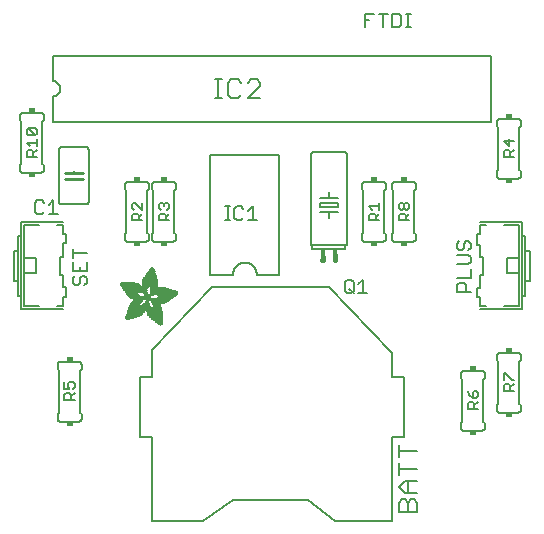
<source format=gbr>
G04 EAGLE Gerber RS-274X export*
G75*
%MOMM*%
%FSLAX34Y34*%
%LPD*%
%INSilkscreen Top*%
%IPPOS*%
%AMOC8*
5,1,8,0,0,1.08239X$1,22.5*%
G01*
%ADD10C,0.127000*%
%ADD11C,0.152400*%
%ADD12C,0.406400*%
%ADD13R,0.406400X0.584200*%
%ADD14C,0.177800*%
%ADD15R,0.508000X0.381000*%
%ADD16C,0.254000*%
%ADD17R,0.068600X0.007600*%
%ADD18R,0.114300X0.007600*%
%ADD19R,0.152400X0.007700*%
%ADD20R,0.182900X0.007600*%
%ADD21R,0.205700X0.007600*%
%ADD22R,0.228600X0.007600*%
%ADD23R,0.259100X0.007600*%
%ADD24R,0.274300X0.007700*%
%ADD25R,0.289500X0.007600*%
%ADD26R,0.304800X0.007600*%
%ADD27R,0.320100X0.007600*%
%ADD28R,0.342900X0.007600*%
%ADD29R,0.350500X0.007700*%
%ADD30R,0.365800X0.007600*%
%ADD31R,0.381000X0.007600*%
%ADD32R,0.388600X0.007600*%
%ADD33R,0.403800X0.007600*%
%ADD34R,0.419100X0.007700*%
%ADD35R,0.426700X0.007600*%
%ADD36R,0.441900X0.007600*%
%ADD37R,0.449600X0.007600*%
%ADD38R,0.464800X0.007600*%
%ADD39R,0.480000X0.007700*%
%ADD40R,0.487600X0.007600*%
%ADD41R,0.495300X0.007600*%
%ADD42R,0.510500X0.007600*%
%ADD43R,0.518100X0.007600*%
%ADD44R,0.525700X0.007700*%
%ADD45R,0.541000X0.007600*%
%ADD46R,0.548600X0.007600*%
%ADD47R,0.563800X0.007600*%
%ADD48R,0.571500X0.007600*%
%ADD49R,0.579100X0.007700*%
%ADD50R,0.594300X0.007600*%
%ADD51R,0.601900X0.007600*%
%ADD52R,0.609600X0.007600*%
%ADD53R,0.624800X0.007600*%
%ADD54R,0.632400X0.007700*%
%ADD55R,0.640000X0.007600*%
%ADD56R,0.655300X0.007600*%
%ADD57R,0.662900X0.007600*%
%ADD58R,0.678100X0.007600*%
%ADD59R,0.685800X0.007700*%
%ADD60R,0.693400X0.007600*%
%ADD61R,0.708600X0.007600*%
%ADD62R,0.716200X0.007600*%
%ADD63R,0.723900X0.007600*%
%ADD64R,0.739100X0.007700*%
%ADD65R,0.746700X0.007600*%
%ADD66R,0.754300X0.007600*%
%ADD67R,0.769600X0.007600*%
%ADD68R,0.777200X0.007600*%
%ADD69R,0.792400X0.007700*%
%ADD70R,0.800100X0.007600*%
%ADD71R,0.807700X0.007600*%
%ADD72R,0.822900X0.007600*%
%ADD73R,0.830500X0.007600*%
%ADD74R,0.838200X0.007700*%
%ADD75R,0.091500X0.007600*%
%ADD76R,0.853400X0.007600*%
%ADD77R,0.144700X0.007600*%
%ADD78R,0.861000X0.007600*%
%ADD79R,0.190500X0.007600*%
%ADD80R,0.876300X0.007600*%
%ADD81R,0.221000X0.007600*%
%ADD82R,0.883900X0.007600*%
%ADD83R,0.259000X0.007700*%
%ADD84R,0.891500X0.007700*%
%ADD85R,0.289600X0.007600*%
%ADD86R,0.906700X0.007600*%
%ADD87R,0.914400X0.007600*%
%ADD88R,0.350500X0.007600*%
%ADD89R,0.922000X0.007600*%
%ADD90R,0.937200X0.007600*%
%ADD91R,0.411400X0.007700*%
%ADD92R,0.944800X0.007700*%
%ADD93R,0.434300X0.007600*%
%ADD94R,0.952500X0.007600*%
%ADD95R,0.464900X0.007600*%
%ADD96R,0.967700X0.007600*%
%ADD97R,0.975300X0.007600*%
%ADD98R,0.518200X0.007600*%
%ADD99R,0.990600X0.007600*%
%ADD100R,0.548600X0.007700*%
%ADD101R,0.998200X0.007700*%
%ADD102R,1.005800X0.007600*%
%ADD103R,0.594400X0.007600*%
%ADD104R,1.021000X0.007600*%
%ADD105R,0.617200X0.007600*%
%ADD106R,1.028700X0.007600*%
%ADD107R,0.647700X0.007600*%
%ADD108R,1.036300X0.007600*%
%ADD109R,0.670500X0.007700*%
%ADD110R,1.051500X0.007700*%
%ADD111R,1.059100X0.007600*%
%ADD112R,0.716300X0.007600*%
%ADD113R,1.066800X0.007600*%
%ADD114R,0.739100X0.007600*%
%ADD115R,1.074400X0.007600*%
%ADD116R,0.762000X0.007600*%
%ADD117R,1.089600X0.007600*%
%ADD118R,0.784800X0.007700*%
%ADD119R,1.097200X0.007700*%
%ADD120R,1.104900X0.007600*%
%ADD121R,0.830600X0.007600*%
%ADD122R,1.112500X0.007600*%
%ADD123R,0.845800X0.007600*%
%ADD124R,1.120100X0.007600*%
%ADD125R,0.868700X0.007600*%
%ADD126R,1.127700X0.007600*%
%ADD127R,1.135300X0.007700*%
%ADD128R,1.143000X0.007600*%
%ADD129R,0.944900X0.007600*%
%ADD130R,1.150600X0.007600*%
%ADD131R,0.960100X0.007600*%
%ADD132R,1.158200X0.007600*%
%ADD133R,0.983000X0.007600*%
%ADD134R,1.165800X0.007600*%
%ADD135R,1.005900X0.007700*%
%ADD136R,1.173400X0.007700*%
%ADD137R,1.021100X0.007600*%
%ADD138R,1.181100X0.007600*%
%ADD139R,1.044000X0.007600*%
%ADD140R,1.188700X0.007600*%
%ADD141R,1.196300X0.007600*%
%ADD142R,1.082000X0.007600*%
%ADD143R,1.203900X0.007600*%
%ADD144R,1.104900X0.007700*%
%ADD145R,1.211500X0.007700*%
%ADD146R,1.211500X0.007600*%
%ADD147R,1.219200X0.007600*%
%ADD148R,1.226800X0.007600*%
%ADD149R,1.234400X0.007600*%
%ADD150R,1.188700X0.007700*%
%ADD151R,1.242000X0.007700*%
%ADD152R,1.242000X0.007600*%
%ADD153R,1.211600X0.007600*%
%ADD154R,1.249600X0.007600*%
%ADD155R,1.257300X0.007600*%
%ADD156R,1.264900X0.007600*%
%ADD157R,1.242100X0.007700*%
%ADD158R,1.264900X0.007700*%
%ADD159R,1.272500X0.007600*%
%ADD160R,1.265000X0.007600*%
%ADD161R,1.280100X0.007600*%
%ADD162R,1.272600X0.007600*%
%ADD163R,1.287700X0.007600*%
%ADD164R,1.287800X0.007600*%
%ADD165R,1.295400X0.007700*%
%ADD166R,1.303000X0.007600*%
%ADD167R,1.318200X0.007600*%
%ADD168R,1.310600X0.007600*%
%ADD169R,1.325900X0.007600*%
%ADD170R,1.341100X0.007700*%
%ADD171R,1.318200X0.007700*%
%ADD172R,1.341100X0.007600*%
%ADD173R,1.325800X0.007600*%
%ADD174R,1.348700X0.007600*%
%ADD175R,1.364000X0.007600*%
%ADD176R,1.333500X0.007600*%
%ADD177R,1.371600X0.007700*%
%ADD178R,1.379200X0.007600*%
%ADD179R,1.379300X0.007600*%
%ADD180R,1.386900X0.007600*%
%ADD181R,1.394500X0.007600*%
%ADD182R,1.356300X0.007600*%
%ADD183R,1.394400X0.007700*%
%ADD184R,1.356300X0.007700*%
%ADD185R,1.402000X0.007600*%
%ADD186R,1.409700X0.007600*%
%ADD187R,1.363900X0.007600*%
%ADD188R,1.417300X0.007600*%
%ADD189R,1.371600X0.007600*%
%ADD190R,1.424900X0.007700*%
%ADD191R,1.424900X0.007600*%
%ADD192R,1.432600X0.007600*%
%ADD193R,1.440200X0.007600*%
%ADD194R,1.386800X0.007600*%
%ADD195R,1.447800X0.007700*%
%ADD196R,1.386800X0.007700*%
%ADD197R,1.447800X0.007600*%
%ADD198R,1.455500X0.007600*%
%ADD199R,1.394400X0.007600*%
%ADD200R,1.463100X0.007600*%
%ADD201R,1.455400X0.007700*%
%ADD202R,1.463000X0.007600*%
%ADD203R,1.470600X0.007600*%
%ADD204R,1.470600X0.007700*%
%ADD205R,1.409700X0.007700*%
%ADD206R,1.470700X0.007600*%
%ADD207R,1.402100X0.007600*%
%ADD208R,1.478300X0.007600*%
%ADD209R,1.478300X0.007700*%
%ADD210R,1.402100X0.007700*%
%ADD211R,1.485900X0.007600*%
%ADD212R,1.485900X0.007700*%
%ADD213R,1.493500X0.007700*%
%ADD214R,1.493500X0.007600*%
%ADD215R,1.394500X0.007700*%
%ADD216R,1.493600X0.007700*%
%ADD217R,1.386900X0.007700*%
%ADD218R,1.379200X0.007700*%
%ADD219R,2.857500X0.007700*%
%ADD220R,2.857500X0.007600*%
%ADD221R,2.849900X0.007600*%
%ADD222R,2.842300X0.007600*%
%ADD223R,2.834700X0.007700*%
%ADD224R,2.827000X0.007600*%
%ADD225R,2.819400X0.007600*%
%ADD226R,2.811800X0.007600*%
%ADD227R,2.811800X0.007700*%
%ADD228R,2.804100X0.007600*%
%ADD229R,2.796500X0.007600*%
%ADD230R,1.966000X0.007600*%
%ADD231R,1.943100X0.007600*%
%ADD232R,0.754400X0.007600*%
%ADD233R,1.927900X0.007700*%
%ADD234R,0.746700X0.007700*%
%ADD235R,1.912600X0.007600*%
%ADD236R,0.731500X0.007600*%
%ADD237R,1.905000X0.007600*%
%ADD238R,1.882200X0.007600*%
%ADD239R,1.874600X0.007600*%
%ADD240R,1.866900X0.007700*%
%ADD241R,0.708700X0.007700*%
%ADD242R,1.851600X0.007600*%
%ADD243R,0.701100X0.007600*%
%ADD244R,1.844000X0.007600*%
%ADD245R,1.836400X0.007600*%
%ADD246R,1.821200X0.007600*%
%ADD247R,0.685800X0.007600*%
%ADD248R,1.813500X0.007700*%
%ADD249R,1.805900X0.007600*%
%ADD250R,0.678200X0.007600*%
%ADD251R,1.790700X0.007600*%
%ADD252R,0.670600X0.007600*%
%ADD253R,1.775500X0.007600*%
%ADD254R,1.767900X0.007700*%
%ADD255R,0.663000X0.007700*%
%ADD256R,1.760200X0.007600*%
%ADD257R,1.752600X0.007600*%
%ADD258R,0.937300X0.007600*%
%ADD259R,0.792500X0.007600*%
%ADD260R,0.899100X0.007600*%
%ADD261R,0.883900X0.007700*%
%ADD262R,0.716300X0.007700*%
%ADD263R,0.647700X0.007700*%
%ADD264R,0.640100X0.007600*%
%ADD265R,0.632500X0.007600*%
%ADD266R,0.655400X0.007600*%
%ADD267R,0.632400X0.007600*%
%ADD268R,0.845800X0.007700*%
%ADD269R,0.617200X0.007700*%
%ADD270R,0.624800X0.007700*%
%ADD271R,0.602000X0.007600*%
%ADD272R,0.838200X0.007600*%
%ADD273R,0.586700X0.007600*%
%ADD274R,0.548700X0.007600*%
%ADD275R,0.830500X0.007700*%
%ADD276R,0.541000X0.007700*%
%ADD277R,0.594300X0.007700*%
%ADD278R,0.525800X0.007600*%
%ADD279R,0.586800X0.007600*%
%ADD280R,0.815300X0.007600*%
%ADD281R,0.579200X0.007600*%
%ADD282R,0.815400X0.007600*%
%ADD283R,0.815400X0.007700*%
%ADD284R,0.571500X0.007700*%
%ADD285R,0.807800X0.007600*%
%ADD286R,0.563900X0.007600*%
%ADD287R,0.457200X0.007600*%
%ADD288R,0.442000X0.007600*%
%ADD289R,0.556300X0.007600*%
%ADD290R,0.807700X0.007700*%
%ADD291R,0.411500X0.007600*%
%ADD292R,0.533400X0.007600*%
%ADD293R,0.076200X0.007600*%
%ADD294R,0.403900X0.007600*%
%ADD295R,0.525700X0.007600*%
%ADD296R,0.388700X0.007600*%
%ADD297R,0.297200X0.007600*%
%ADD298R,0.373400X0.007700*%
%ADD299R,0.503000X0.007700*%
%ADD300R,0.426800X0.007700*%
%ADD301R,0.358100X0.007600*%
%ADD302R,0.502900X0.007600*%
%ADD303R,0.472400X0.007600*%
%ADD304R,0.487700X0.007600*%
%ADD305R,0.335300X0.007600*%
%ADD306R,0.792500X0.007700*%
%ADD307R,0.327600X0.007700*%
%ADD308R,0.472400X0.007700*%
%ADD309R,0.640000X0.007700*%
%ADD310R,0.784800X0.007600*%
%ADD311R,0.320000X0.007600*%
%ADD312R,0.792400X0.007600*%
%ADD313R,1.173400X0.007600*%
%ADD314R,1.196400X0.007600*%
%ADD315R,0.784900X0.007600*%
%ADD316R,0.784900X0.007700*%
%ADD317R,0.297200X0.007700*%
%ADD318R,1.249700X0.007600*%
%ADD319R,0.281900X0.007600*%
%ADD320R,1.295400X0.007600*%
%ADD321R,0.266700X0.007600*%
%ADD322R,0.777300X0.007700*%
%ADD323R,0.266700X0.007700*%
%ADD324R,1.333500X0.007700*%
%ADD325R,0.777300X0.007600*%
%ADD326R,1.348800X0.007600*%
%ADD327R,0.251500X0.007600*%
%ADD328R,0.243900X0.007700*%
%ADD329R,0.243900X0.007600*%
%ADD330R,1.440100X0.007600*%
%ADD331R,0.236200X0.007600*%
%ADD332R,0.762000X0.007700*%
%ADD333R,0.236200X0.007700*%
%ADD334R,1.508700X0.007700*%
%ADD335R,1.531600X0.007600*%
%ADD336R,1.546900X0.007600*%
%ADD337R,1.569700X0.007600*%
%ADD338R,1.585000X0.007600*%
%ADD339R,0.746800X0.007700*%
%ADD340R,1.607800X0.007700*%
%ADD341R,0.243800X0.007600*%
%ADD342R,1.630700X0.007600*%
%ADD343R,1.653500X0.007600*%
%ADD344R,0.739200X0.007600*%
%ADD345R,1.684000X0.007600*%
%ADD346R,2.019300X0.007600*%
%ADD347R,0.731500X0.007700*%
%ADD348R,2.026900X0.007700*%
%ADD349R,2.049800X0.007600*%
%ADD350R,2.057400X0.007600*%
%ADD351R,0.708700X0.007600*%
%ADD352R,2.072600X0.007600*%
%ADD353R,0.701000X0.007600*%
%ADD354R,2.095500X0.007600*%
%ADD355R,0.693500X0.007700*%
%ADD356R,2.110800X0.007700*%
%ADD357R,2.141200X0.007600*%
%ADD358R,0.060900X0.007600*%
%ADD359R,2.872700X0.007600*%
%ADD360R,3.124200X0.007600*%
%ADD361R,3.177600X0.007600*%
%ADD362R,3.215600X0.007700*%
%ADD363R,3.253700X0.007600*%
%ADD364R,3.284300X0.007600*%
%ADD365R,3.314700X0.007600*%
%ADD366R,3.352800X0.007600*%
%ADD367R,3.375600X0.007700*%
%ADD368R,3.406200X0.007600*%
%ADD369R,3.429000X0.007600*%
%ADD370R,3.451800X0.007600*%
%ADD371R,3.482400X0.007600*%
%ADD372R,1.828800X0.007700*%
%ADD373R,1.539300X0.007700*%
%ADD374R,1.767900X0.007600*%
%ADD375R,1.767800X0.007600*%
%ADD376R,1.760200X0.007700*%
%ADD377R,1.760300X0.007600*%
%ADD378R,1.775400X0.007700*%
%ADD379R,1.379300X0.007700*%
%ADD380R,1.783000X0.007600*%
%ADD381R,1.813500X0.007600*%
%ADD382R,1.821100X0.007700*%
%ADD383R,0.503000X0.007600*%
%ADD384R,1.135400X0.007600*%
%ADD385R,1.127700X0.007700*%
%ADD386R,0.487700X0.007700*%
%ADD387R,1.120200X0.007600*%
%ADD388R,1.097300X0.007600*%
%ADD389R,0.510600X0.007600*%
%ADD390R,1.074400X0.007700*%
%ADD391R,0.525800X0.007700*%
%ADD392R,1.440200X0.007700*%
%ADD393R,1.059200X0.007600*%
%ADD394R,1.051600X0.007600*%
%ADD395R,1.051500X0.007600*%
%ADD396R,1.043900X0.007700*%
%ADD397R,0.602000X0.007700*%
%ADD398R,1.524000X0.007600*%
%ADD399R,1.539300X0.007600*%
%ADD400R,1.592600X0.007600*%
%ADD401R,1.021100X0.007700*%
%ADD402R,1.615400X0.007700*%
%ADD403R,1.013400X0.007600*%
%ADD404R,1.653600X0.007600*%
%ADD405R,1.013500X0.007600*%
%ADD406R,1.699300X0.007600*%
%ADD407R,2.743200X0.007600*%
%ADD408R,1.005900X0.007600*%
%ADD409R,2.415500X0.007600*%
%ADD410R,1.005800X0.007700*%
%ADD411R,0.281900X0.007700*%
%ADD412R,2.408000X0.007700*%
%ADD413R,2.407900X0.007600*%
%ADD414R,0.998200X0.007600*%
%ADD415R,0.282000X0.007600*%
%ADD416R,0.998300X0.007600*%
%ADD417R,2.400300X0.007600*%
%ADD418R,0.289500X0.007700*%
%ADD419R,2.400300X0.007700*%
%ADD420R,0.297100X0.007600*%
%ADD421R,0.312400X0.007600*%
%ADD422R,2.392700X0.007600*%
%ADD423R,0.990600X0.007700*%
%ADD424R,0.327700X0.007700*%
%ADD425R,2.392700X0.007700*%
%ADD426R,2.385100X0.007600*%
%ADD427R,0.381000X0.007700*%
%ADD428R,2.377400X0.007700*%
%ADD429R,2.377400X0.007600*%
%ADD430R,2.369800X0.007600*%
%ADD431R,0.419100X0.007600*%
%ADD432R,2.362200X0.007600*%
%ADD433R,0.426800X0.007600*%
%ADD434R,1.036300X0.007700*%
%ADD435R,0.442000X0.007700*%
%ADD436R,2.354600X0.007700*%
%ADD437R,2.354600X0.007600*%
%ADD438R,0.480100X0.007600*%
%ADD439R,2.347000X0.007600*%
%ADD440R,1.074500X0.007600*%
%ADD441R,2.339400X0.007600*%
%ADD442R,1.082100X0.007700*%
%ADD443R,0.548700X0.007700*%
%ADD444R,2.331800X0.007700*%
%ADD445R,2.331800X0.007600*%
%ADD446R,0.624900X0.007600*%
%ADD447R,2.324100X0.007600*%
%ADD448R,1.859300X0.007600*%
%ADD449R,2.308800X0.007600*%
%ADD450R,2.301200X0.007700*%
%ADD451R,2.301200X0.007600*%
%ADD452R,2.293600X0.007600*%
%ADD453R,2.278400X0.007600*%
%ADD454R,1.889800X0.007600*%
%ADD455R,2.270700X0.007600*%
%ADD456R,1.897400X0.007700*%
%ADD457R,2.255500X0.007700*%
%ADD458R,1.897400X0.007600*%
%ADD459R,2.247900X0.007600*%
%ADD460R,2.232600X0.007600*%
%ADD461R,1.912700X0.007600*%
%ADD462R,2.209800X0.007600*%
%ADD463R,1.920300X0.007600*%
%ADD464R,2.186900X0.007600*%
%ADD465R,1.920300X0.007700*%
%ADD466R,2.171700X0.007700*%
%ADD467R,1.935500X0.007600*%
%ADD468R,2.148800X0.007600*%
%ADD469R,2.126000X0.007600*%
%ADD470R,1.950700X0.007600*%
%ADD471R,1.958400X0.007700*%
%ADD472R,2.042200X0.007700*%
%ADD473R,1.973600X0.007600*%
%ADD474R,1.996500X0.007600*%
%ADD475R,1.981200X0.007600*%
%ADD476R,1.988800X0.007600*%
%ADD477R,1.996400X0.007700*%
%ADD478R,1.996400X0.007600*%
%ADD479R,2.004100X0.007600*%
%ADD480R,1.874500X0.007600*%
%ADD481R,1.425000X0.007600*%
%ADD482R,2.026900X0.007600*%
%ADD483R,0.434400X0.007700*%
%ADD484R,1.364000X0.007700*%
%ADD485R,2.034500X0.007600*%
%ADD486R,0.434400X0.007600*%
%ADD487R,2.049700X0.007600*%
%ADD488R,2.065000X0.007700*%
%ADD489R,0.464800X0.007700*%
%ADD490R,1.196300X0.007700*%
%ADD491R,2.080300X0.007600*%
%ADD492R,1.158300X0.007600*%
%ADD493R,2.087900X0.007600*%
%ADD494R,0.472500X0.007600*%
%ADD495R,2.103100X0.007600*%
%ADD496R,2.118400X0.007600*%
%ADD497R,2.133600X0.007600*%
%ADD498R,2.148800X0.007700*%
%ADD499R,2.164000X0.007600*%
%ADD500R,2.171700X0.007600*%
%ADD501R,2.187000X0.007600*%
%ADD502R,0.556200X0.007600*%
%ADD503R,2.202200X0.007700*%
%ADD504R,0.556200X0.007700*%
%ADD505R,0.640100X0.007700*%
%ADD506R,0.579100X0.007600*%
%ADD507R,0.480000X0.007600*%
%ADD508R,1.752600X0.007700*%
%ADD509R,0.487600X0.007700*%
%ADD510R,0.594400X0.007700*%
%ADD511R,0.358100X0.007700*%
%ADD512R,0.099000X0.007600*%
%ADD513R,1.280200X0.007600*%
%ADD514R,1.745000X0.007600*%
%ADD515R,1.744900X0.007600*%
%ADD516R,1.737300X0.007700*%
%ADD517R,1.737400X0.007600*%
%ADD518R,1.729800X0.007600*%
%ADD519R,1.722200X0.007600*%
%ADD520R,1.722100X0.007600*%
%ADD521R,1.714500X0.007700*%
%ADD522R,1.356400X0.007700*%
%ADD523R,1.706900X0.007600*%
%ADD524R,1.356400X0.007600*%
%ADD525R,1.691700X0.007600*%
%ADD526R,1.668800X0.007700*%
%ADD527R,1.645900X0.007600*%
%ADD528R,1.623100X0.007600*%
%ADD529R,1.577400X0.007600*%
%ADD530R,1.554400X0.007600*%
%ADD531R,1.539200X0.007600*%
%ADD532R,1.524000X0.007700*%
%ADD533R,1.501100X0.007600*%
%ADD534R,1.455400X0.007600*%
%ADD535R,1.348800X0.007700*%
%ADD536R,1.318300X0.007600*%
%ADD537R,1.310600X0.007700*%
%ADD538R,1.287800X0.007700*%
%ADD539R,1.234500X0.007600*%
%ADD540R,1.226900X0.007600*%
%ADD541R,1.173500X0.007700*%
%ADD542R,1.173500X0.007600*%
%ADD543R,1.165900X0.007600*%
%ADD544R,1.143000X0.007700*%
%ADD545R,1.127800X0.007600*%
%ADD546R,1.097200X0.007600*%
%ADD547R,1.028700X0.007700*%
%ADD548R,0.982900X0.007600*%
%ADD549R,0.952500X0.007700*%
%ADD550R,0.929600X0.007600*%
%ADD551R,0.906800X0.007700*%
%ADD552R,0.906800X0.007600*%
%ADD553R,0.899200X0.007600*%
%ADD554R,0.884000X0.007600*%
%ADD555R,0.876300X0.007700*%
%ADD556R,0.830600X0.007700*%
%ADD557R,0.754400X0.007700*%
%ADD558R,0.746800X0.007600*%
%ADD559R,0.708600X0.007700*%
%ADD560R,0.678200X0.007700*%
%ADD561R,0.663000X0.007600*%
%ADD562R,0.632500X0.007700*%
%ADD563R,0.556300X0.007700*%
%ADD564R,0.518200X0.007700*%
%ADD565R,0.434300X0.007700*%
%ADD566R,0.396300X0.007700*%
%ADD567R,0.373300X0.007600*%
%ADD568R,0.365700X0.007600*%
%ADD569R,0.327700X0.007600*%
%ADD570R,0.304800X0.007700*%
%ADD571R,0.274300X0.007600*%
%ADD572R,0.243800X0.007700*%
%ADD573R,0.205800X0.007600*%
%ADD574R,0.152400X0.007600*%
%ADD575R,0.121900X0.007700*%


D10*
X111760Y-93980D02*
X101600Y-93980D01*
X101600Y-73660D01*
X48260Y-17780D01*
X-50800Y-17780D01*
X-101600Y-71120D01*
X-101600Y-93980D01*
X-111760Y-93980D01*
X-111760Y-144780D01*
X-101600Y-144780D01*
X-101600Y-215900D01*
X-58420Y-215900D01*
X-33020Y-198120D01*
X30480Y-198120D01*
X53340Y-215900D01*
X101600Y-215900D01*
X101600Y-144780D01*
X111760Y-144780D01*
X111760Y-93980D01*
X107302Y-208429D02*
X122809Y-208429D01*
X107302Y-208429D02*
X107302Y-200676D01*
X109886Y-198091D01*
X112471Y-198091D01*
X115055Y-200676D01*
X117640Y-198091D01*
X120224Y-198091D01*
X122809Y-200676D01*
X122809Y-208429D01*
X115055Y-208429D02*
X115055Y-200676D01*
X112471Y-192993D02*
X122809Y-192993D01*
X112471Y-192993D02*
X107302Y-187824D01*
X112471Y-182655D01*
X122809Y-182655D01*
X115055Y-182655D02*
X115055Y-192993D01*
X122809Y-172388D02*
X107302Y-172388D01*
X107302Y-177557D02*
X107302Y-167219D01*
X107302Y-156952D02*
X122809Y-156952D01*
X107302Y-162121D02*
X107302Y-151783D01*
D11*
X62230Y13970D02*
X34290Y13970D01*
X63500Y93980D02*
X63498Y94080D01*
X63492Y94179D01*
X63482Y94279D01*
X63469Y94377D01*
X63451Y94476D01*
X63430Y94573D01*
X63405Y94669D01*
X63376Y94765D01*
X63343Y94859D01*
X63307Y94952D01*
X63267Y95043D01*
X63223Y95133D01*
X63176Y95221D01*
X63126Y95307D01*
X63072Y95391D01*
X63015Y95473D01*
X62955Y95552D01*
X62891Y95630D01*
X62825Y95704D01*
X62756Y95776D01*
X62684Y95845D01*
X62610Y95911D01*
X62532Y95975D01*
X62453Y96035D01*
X62371Y96092D01*
X62287Y96146D01*
X62201Y96196D01*
X62113Y96243D01*
X62023Y96287D01*
X61932Y96327D01*
X61839Y96363D01*
X61745Y96396D01*
X61649Y96425D01*
X61553Y96450D01*
X61456Y96471D01*
X61357Y96489D01*
X61259Y96502D01*
X61159Y96512D01*
X61060Y96518D01*
X60960Y96520D01*
X35560Y96520D02*
X35460Y96518D01*
X35361Y96512D01*
X35261Y96502D01*
X35163Y96489D01*
X35064Y96471D01*
X34967Y96450D01*
X34871Y96425D01*
X34775Y96396D01*
X34681Y96363D01*
X34588Y96327D01*
X34497Y96287D01*
X34407Y96243D01*
X34319Y96196D01*
X34233Y96146D01*
X34149Y96092D01*
X34067Y96035D01*
X33988Y95975D01*
X33910Y95911D01*
X33836Y95845D01*
X33764Y95776D01*
X33695Y95704D01*
X33629Y95630D01*
X33565Y95552D01*
X33505Y95473D01*
X33448Y95391D01*
X33394Y95307D01*
X33344Y95221D01*
X33297Y95133D01*
X33253Y95043D01*
X33213Y94952D01*
X33177Y94859D01*
X33144Y94765D01*
X33115Y94669D01*
X33090Y94573D01*
X33069Y94476D01*
X33051Y94377D01*
X33038Y94279D01*
X33028Y94179D01*
X33022Y94080D01*
X33020Y93980D01*
X35560Y96520D02*
X60960Y96520D01*
X62230Y17780D02*
X62230Y13970D01*
X62230Y17780D02*
X63500Y17780D01*
X63500Y93980D01*
X34290Y17780D02*
X34290Y13970D01*
X34290Y17780D02*
X33020Y17780D01*
X33020Y93980D01*
X34290Y17780D02*
X62230Y17780D01*
D12*
X53340Y5080D02*
X53848Y4572D01*
X53340Y5080D02*
X53340Y8890D01*
X43180Y7620D02*
X43180Y5080D01*
X42672Y4572D01*
D11*
X40640Y49530D02*
X40640Y53340D01*
X40640Y49530D02*
X55880Y49530D01*
X55880Y53340D01*
X40640Y53340D01*
X40640Y57150D02*
X48260Y57150D01*
X48260Y45720D02*
X40640Y45720D01*
X48260Y45720D02*
X48260Y40640D01*
X48260Y45720D02*
X55880Y45720D01*
X48260Y57150D02*
X48260Y62230D01*
X48260Y57150D02*
X55880Y57150D01*
D13*
X53340Y10541D03*
X43180Y10541D03*
D10*
X61595Y-13962D02*
X61595Y-21588D01*
X61595Y-13962D02*
X63502Y-12055D01*
X67315Y-12055D01*
X69222Y-13962D01*
X69222Y-21588D01*
X67315Y-23495D01*
X63502Y-23495D01*
X61595Y-21588D01*
X65408Y-19682D02*
X69222Y-23495D01*
X73289Y-15869D02*
X77102Y-12055D01*
X77102Y-23495D01*
X73289Y-23495D02*
X80915Y-23495D01*
D11*
X-185420Y121920D02*
X-185420Y143510D01*
X-185262Y143512D01*
X-185103Y143518D01*
X-184945Y143528D01*
X-184788Y143542D01*
X-184630Y143559D01*
X-184474Y143581D01*
X-184317Y143606D01*
X-184162Y143636D01*
X-184007Y143669D01*
X-183853Y143706D01*
X-183700Y143747D01*
X-183548Y143792D01*
X-183398Y143841D01*
X-183248Y143893D01*
X-183100Y143949D01*
X-182953Y144009D01*
X-182808Y144072D01*
X-182665Y144139D01*
X-182523Y144209D01*
X-182383Y144283D01*
X-182245Y144361D01*
X-182109Y144442D01*
X-181975Y144526D01*
X-181843Y144613D01*
X-181713Y144704D01*
X-181586Y144798D01*
X-181461Y144895D01*
X-181338Y144996D01*
X-181218Y145099D01*
X-181101Y145205D01*
X-180986Y145314D01*
X-180874Y145426D01*
X-180765Y145541D01*
X-180659Y145658D01*
X-180556Y145778D01*
X-180455Y145901D01*
X-180358Y146026D01*
X-180264Y146153D01*
X-180173Y146283D01*
X-180086Y146415D01*
X-180002Y146549D01*
X-179921Y146685D01*
X-179843Y146823D01*
X-179769Y146963D01*
X-179699Y147105D01*
X-179632Y147248D01*
X-179569Y147393D01*
X-179509Y147540D01*
X-179453Y147688D01*
X-179401Y147838D01*
X-179352Y147988D01*
X-179307Y148140D01*
X-179266Y148293D01*
X-179229Y148447D01*
X-179196Y148602D01*
X-179166Y148757D01*
X-179141Y148914D01*
X-179119Y149070D01*
X-179102Y149228D01*
X-179088Y149385D01*
X-179078Y149543D01*
X-179072Y149702D01*
X-179070Y149860D01*
X-179072Y150018D01*
X-179078Y150177D01*
X-179088Y150335D01*
X-179102Y150492D01*
X-179119Y150650D01*
X-179141Y150806D01*
X-179166Y150963D01*
X-179196Y151118D01*
X-179229Y151273D01*
X-179266Y151427D01*
X-179307Y151580D01*
X-179352Y151732D01*
X-179401Y151882D01*
X-179453Y152032D01*
X-179509Y152180D01*
X-179569Y152327D01*
X-179632Y152472D01*
X-179699Y152615D01*
X-179769Y152757D01*
X-179843Y152897D01*
X-179921Y153035D01*
X-180002Y153171D01*
X-180086Y153305D01*
X-180173Y153437D01*
X-180264Y153567D01*
X-180358Y153694D01*
X-180455Y153819D01*
X-180556Y153942D01*
X-180659Y154062D01*
X-180765Y154179D01*
X-180874Y154294D01*
X-180986Y154406D01*
X-181101Y154515D01*
X-181218Y154621D01*
X-181338Y154724D01*
X-181461Y154825D01*
X-181586Y154922D01*
X-181713Y155016D01*
X-181843Y155107D01*
X-181975Y155194D01*
X-182109Y155278D01*
X-182245Y155359D01*
X-182383Y155437D01*
X-182523Y155511D01*
X-182665Y155581D01*
X-182808Y155648D01*
X-182953Y155711D01*
X-183100Y155771D01*
X-183248Y155827D01*
X-183398Y155879D01*
X-183548Y155928D01*
X-183700Y155973D01*
X-183853Y156014D01*
X-184007Y156051D01*
X-184162Y156084D01*
X-184317Y156114D01*
X-184474Y156139D01*
X-184630Y156161D01*
X-184788Y156178D01*
X-184945Y156192D01*
X-185103Y156202D01*
X-185262Y156208D01*
X-185420Y156210D01*
X-185420Y121920D02*
X185420Y121920D01*
X-185420Y156210D02*
X-185420Y177800D01*
X185420Y177800D01*
X185420Y121920D01*
D14*
X-42510Y141605D02*
X-47849Y141605D01*
X-45179Y141605D02*
X-45179Y157621D01*
X-42510Y157621D02*
X-47849Y157621D01*
X-28926Y157621D02*
X-26257Y154951D01*
X-28926Y157621D02*
X-34265Y157621D01*
X-36934Y154951D01*
X-36934Y144274D01*
X-34265Y141605D01*
X-28926Y141605D01*
X-26257Y144274D01*
X-20563Y141605D02*
X-9886Y141605D01*
X-20563Y141605D02*
X-9886Y152282D01*
X-9886Y154951D01*
X-12555Y157621D01*
X-17893Y157621D01*
X-20563Y154951D01*
D11*
X176530Y36830D02*
X212090Y36830D01*
X212090Y25400D01*
X212090Y-36830D02*
X176530Y-36830D01*
X209550Y-34290D02*
X209550Y-6350D01*
X212090Y-25400D02*
X214630Y-25400D01*
X214630Y-12700D01*
X214630Y25400D02*
X212090Y25400D01*
X212090Y-36830D01*
X214630Y-12700D02*
X218440Y-12700D01*
X214630Y-12700D02*
X214630Y12700D01*
X218440Y12700D02*
X218440Y-12700D01*
X218440Y12700D02*
X214630Y12700D01*
X214630Y25400D01*
X209550Y-6350D02*
X199390Y-6350D01*
X209550Y-6350D02*
X209550Y6350D01*
X199390Y6350D02*
X199390Y-6350D01*
X199390Y6350D02*
X209550Y6350D01*
X209550Y34290D01*
X176530Y-26670D02*
X176530Y-34290D01*
X176530Y-26670D02*
X173990Y-26670D01*
X173990Y-19050D01*
X176530Y-19050D01*
X176530Y-7620D01*
X179070Y-7620D01*
X179070Y7620D01*
X176530Y7620D01*
X176530Y17780D01*
X173990Y17780D01*
X173990Y26670D01*
X176530Y26670D01*
X176530Y34290D01*
X176530Y-34290D02*
X181610Y-34290D01*
X196850Y-34290D02*
X209550Y-34290D01*
X209550Y34290D02*
X196850Y34290D01*
X181610Y34290D02*
X176530Y34290D01*
D10*
X168275Y-22225D02*
X156835Y-22225D01*
X156835Y-16505D01*
X158742Y-14599D01*
X162555Y-14599D01*
X164462Y-16505D01*
X164462Y-22225D01*
X168275Y-10531D02*
X156835Y-10531D01*
X168275Y-10531D02*
X168275Y-2905D01*
X166368Y1163D02*
X156835Y1163D01*
X166368Y1163D02*
X168275Y3070D01*
X168275Y6883D01*
X166368Y8789D01*
X156835Y8789D01*
X156835Y18577D02*
X158742Y20483D01*
X156835Y18577D02*
X156835Y14764D01*
X158742Y12857D01*
X160649Y12857D01*
X162555Y14764D01*
X162555Y18577D01*
X164462Y20483D01*
X166368Y20483D01*
X168275Y18577D01*
X168275Y14764D01*
X166368Y12857D01*
D11*
X-176530Y-36830D02*
X-212090Y-36830D01*
X-212090Y-25400D01*
X-212090Y36830D02*
X-176530Y36830D01*
X-209550Y34290D02*
X-209550Y6350D01*
X-212090Y25400D02*
X-214630Y25400D01*
X-214630Y12700D01*
X-214630Y-25400D02*
X-212090Y-25400D01*
X-212090Y36830D01*
X-214630Y12700D02*
X-218440Y12700D01*
X-214630Y12700D02*
X-214630Y-12700D01*
X-218440Y-12700D02*
X-218440Y12700D01*
X-218440Y-12700D02*
X-214630Y-12700D01*
X-214630Y-25400D01*
X-209550Y6350D02*
X-199390Y6350D01*
X-209550Y6350D02*
X-209550Y-6350D01*
X-199390Y-6350D02*
X-199390Y6350D01*
X-199390Y-6350D02*
X-209550Y-6350D01*
X-209550Y-34290D01*
X-176530Y26670D02*
X-176530Y34290D01*
X-176530Y26670D02*
X-173990Y26670D01*
X-173990Y19050D01*
X-176530Y19050D01*
X-176530Y7620D01*
X-179070Y7620D01*
X-179070Y-7620D01*
X-176530Y-7620D01*
X-176530Y-17780D01*
X-173990Y-17780D01*
X-173990Y-26670D01*
X-176530Y-26670D01*
X-176530Y-34290D01*
X-176530Y34290D02*
X-181610Y34290D01*
X-196850Y34290D02*
X-209550Y34290D01*
X-209550Y-34290D02*
X-196850Y-34290D01*
X-181610Y-34290D02*
X-176530Y-34290D01*
D10*
X-168285Y-10947D02*
X-166378Y-9040D01*
X-168285Y-10947D02*
X-168285Y-14760D01*
X-166378Y-16667D01*
X-164472Y-16667D01*
X-162565Y-14760D01*
X-162565Y-10947D01*
X-160658Y-9040D01*
X-158752Y-9040D01*
X-156845Y-10947D01*
X-156845Y-14760D01*
X-158752Y-16667D01*
X-168285Y-4973D02*
X-168285Y2654D01*
X-168285Y-4973D02*
X-156845Y-4973D01*
X-156845Y2654D01*
X-162565Y-1160D02*
X-162565Y-4973D01*
X-156845Y10534D02*
X-168285Y10534D01*
X-168285Y6721D02*
X-168285Y14347D01*
D11*
X-210820Y78740D02*
X-210920Y78742D01*
X-211019Y78748D01*
X-211119Y78758D01*
X-211217Y78771D01*
X-211316Y78789D01*
X-211413Y78810D01*
X-211509Y78835D01*
X-211605Y78864D01*
X-211699Y78897D01*
X-211792Y78933D01*
X-211883Y78973D01*
X-211973Y79017D01*
X-212061Y79064D01*
X-212147Y79114D01*
X-212231Y79168D01*
X-212313Y79225D01*
X-212392Y79285D01*
X-212470Y79349D01*
X-212544Y79415D01*
X-212616Y79484D01*
X-212685Y79556D01*
X-212751Y79630D01*
X-212815Y79708D01*
X-212875Y79787D01*
X-212932Y79869D01*
X-212986Y79953D01*
X-213036Y80039D01*
X-213083Y80127D01*
X-213127Y80217D01*
X-213167Y80308D01*
X-213203Y80401D01*
X-213236Y80495D01*
X-213265Y80591D01*
X-213290Y80687D01*
X-213311Y80784D01*
X-213329Y80883D01*
X-213342Y80981D01*
X-213352Y81081D01*
X-213358Y81180D01*
X-213360Y81280D01*
X-195580Y78740D02*
X-195480Y78742D01*
X-195381Y78748D01*
X-195281Y78758D01*
X-195183Y78771D01*
X-195084Y78789D01*
X-194987Y78810D01*
X-194891Y78835D01*
X-194795Y78864D01*
X-194701Y78897D01*
X-194608Y78933D01*
X-194517Y78973D01*
X-194427Y79017D01*
X-194339Y79064D01*
X-194253Y79114D01*
X-194169Y79168D01*
X-194087Y79225D01*
X-194008Y79285D01*
X-193930Y79349D01*
X-193856Y79415D01*
X-193784Y79484D01*
X-193715Y79556D01*
X-193649Y79630D01*
X-193585Y79708D01*
X-193525Y79787D01*
X-193468Y79869D01*
X-193414Y79953D01*
X-193364Y80039D01*
X-193317Y80127D01*
X-193273Y80217D01*
X-193233Y80308D01*
X-193197Y80401D01*
X-193164Y80495D01*
X-193135Y80591D01*
X-193110Y80687D01*
X-193089Y80784D01*
X-193071Y80883D01*
X-193058Y80981D01*
X-193048Y81081D01*
X-193042Y81180D01*
X-193040Y81280D01*
X-193040Y127000D02*
X-193042Y127100D01*
X-193048Y127199D01*
X-193058Y127299D01*
X-193071Y127397D01*
X-193089Y127496D01*
X-193110Y127593D01*
X-193135Y127689D01*
X-193164Y127785D01*
X-193197Y127879D01*
X-193233Y127972D01*
X-193273Y128063D01*
X-193317Y128153D01*
X-193364Y128241D01*
X-193414Y128327D01*
X-193468Y128411D01*
X-193525Y128493D01*
X-193585Y128572D01*
X-193649Y128650D01*
X-193715Y128724D01*
X-193784Y128796D01*
X-193856Y128865D01*
X-193930Y128931D01*
X-194008Y128995D01*
X-194087Y129055D01*
X-194169Y129112D01*
X-194253Y129166D01*
X-194339Y129216D01*
X-194427Y129263D01*
X-194517Y129307D01*
X-194608Y129347D01*
X-194701Y129383D01*
X-194795Y129416D01*
X-194891Y129445D01*
X-194987Y129470D01*
X-195084Y129491D01*
X-195183Y129509D01*
X-195281Y129522D01*
X-195381Y129532D01*
X-195480Y129538D01*
X-195580Y129540D01*
X-210820Y129540D02*
X-210920Y129538D01*
X-211019Y129532D01*
X-211119Y129522D01*
X-211217Y129509D01*
X-211316Y129491D01*
X-211413Y129470D01*
X-211509Y129445D01*
X-211605Y129416D01*
X-211699Y129383D01*
X-211792Y129347D01*
X-211883Y129307D01*
X-211973Y129263D01*
X-212061Y129216D01*
X-212147Y129166D01*
X-212231Y129112D01*
X-212313Y129055D01*
X-212392Y128995D01*
X-212470Y128931D01*
X-212544Y128865D01*
X-212616Y128796D01*
X-212685Y128724D01*
X-212751Y128650D01*
X-212815Y128572D01*
X-212875Y128493D01*
X-212932Y128411D01*
X-212986Y128327D01*
X-213036Y128241D01*
X-213083Y128153D01*
X-213127Y128063D01*
X-213167Y127972D01*
X-213203Y127879D01*
X-213236Y127785D01*
X-213265Y127689D01*
X-213290Y127593D01*
X-213311Y127496D01*
X-213329Y127397D01*
X-213342Y127299D01*
X-213352Y127199D01*
X-213358Y127100D01*
X-213360Y127000D01*
X-210820Y78740D02*
X-195580Y78740D01*
X-213360Y81280D02*
X-213360Y85090D01*
X-212090Y86360D01*
X-193040Y85090D02*
X-193040Y81280D01*
X-193040Y85090D02*
X-194310Y86360D01*
X-212090Y121920D02*
X-213360Y123190D01*
X-212090Y121920D02*
X-212090Y86360D01*
X-194310Y121920D02*
X-193040Y123190D01*
X-194310Y121920D02*
X-194310Y86360D01*
X-213360Y123190D02*
X-213360Y127000D01*
X-193040Y127000D02*
X-193040Y123190D01*
X-195580Y129540D02*
X-210820Y129540D01*
D15*
X-203200Y131445D03*
X-203200Y76835D03*
D10*
X-199009Y92075D02*
X-207652Y92075D01*
X-207652Y96397D01*
X-206212Y97837D01*
X-203331Y97837D01*
X-201890Y96397D01*
X-201890Y92075D01*
X-201890Y94956D02*
X-199009Y97837D01*
X-204771Y101196D02*
X-207652Y104077D01*
X-199009Y104077D01*
X-199009Y101196D02*
X-199009Y106959D01*
X-200450Y110318D02*
X-206212Y110318D01*
X-207652Y111758D01*
X-207652Y114639D01*
X-206212Y116080D01*
X-200450Y116080D01*
X-199009Y114639D01*
X-199009Y111758D01*
X-200450Y110318D01*
X-206212Y116080D01*
D11*
X-52070Y93980D02*
X-52070Y-7620D01*
X6350Y-7620D02*
X6350Y93980D01*
X-52070Y93980D01*
X-52070Y-7620D02*
X-33020Y-7620D01*
X-12700Y-7620D02*
X6350Y-7620D01*
X-12700Y-7620D02*
X-12703Y-7373D01*
X-12712Y-7125D01*
X-12727Y-6878D01*
X-12748Y-6632D01*
X-12775Y-6386D01*
X-12808Y-6141D01*
X-12847Y-5896D01*
X-12892Y-5653D01*
X-12943Y-5411D01*
X-13000Y-5170D01*
X-13062Y-4931D01*
X-13131Y-4693D01*
X-13205Y-4457D01*
X-13285Y-4223D01*
X-13370Y-3991D01*
X-13462Y-3761D01*
X-13558Y-3533D01*
X-13661Y-3308D01*
X-13768Y-3085D01*
X-13882Y-2865D01*
X-14000Y-2648D01*
X-14124Y-2433D01*
X-14253Y-2222D01*
X-14387Y-2014D01*
X-14526Y-1809D01*
X-14670Y-1608D01*
X-14818Y-1410D01*
X-14972Y-1216D01*
X-15130Y-1026D01*
X-15293Y-840D01*
X-15460Y-658D01*
X-15632Y-480D01*
X-15808Y-306D01*
X-15988Y-136D01*
X-16173Y29D01*
X-16361Y189D01*
X-16553Y345D01*
X-16749Y497D01*
X-16948Y643D01*
X-17151Y785D01*
X-17358Y921D01*
X-17567Y1053D01*
X-17780Y1179D01*
X-17996Y1300D01*
X-18214Y1416D01*
X-18436Y1526D01*
X-18660Y1631D01*
X-18886Y1731D01*
X-19115Y1825D01*
X-19346Y1913D01*
X-19580Y1996D01*
X-19815Y2073D01*
X-20052Y2144D01*
X-20290Y2210D01*
X-20530Y2269D01*
X-20772Y2323D01*
X-21015Y2371D01*
X-21258Y2413D01*
X-21503Y2449D01*
X-21749Y2479D01*
X-21995Y2503D01*
X-22242Y2521D01*
X-22489Y2533D01*
X-22736Y2539D01*
X-22984Y2539D01*
X-23231Y2533D01*
X-23478Y2521D01*
X-23725Y2503D01*
X-23971Y2479D01*
X-24217Y2449D01*
X-24462Y2413D01*
X-24705Y2371D01*
X-24948Y2323D01*
X-25190Y2269D01*
X-25430Y2210D01*
X-25668Y2144D01*
X-25905Y2073D01*
X-26140Y1996D01*
X-26374Y1913D01*
X-26605Y1825D01*
X-26834Y1731D01*
X-27060Y1631D01*
X-27284Y1526D01*
X-27506Y1416D01*
X-27724Y1300D01*
X-27940Y1179D01*
X-28153Y1053D01*
X-28362Y921D01*
X-28569Y785D01*
X-28772Y643D01*
X-28971Y497D01*
X-29167Y345D01*
X-29359Y189D01*
X-29547Y29D01*
X-29732Y-136D01*
X-29912Y-306D01*
X-30088Y-480D01*
X-30260Y-658D01*
X-30427Y-840D01*
X-30590Y-1026D01*
X-30748Y-1216D01*
X-30902Y-1410D01*
X-31050Y-1608D01*
X-31194Y-1809D01*
X-31333Y-2014D01*
X-31467Y-2222D01*
X-31596Y-2433D01*
X-31720Y-2648D01*
X-31838Y-2865D01*
X-31952Y-3085D01*
X-32059Y-3308D01*
X-32162Y-3533D01*
X-32258Y-3761D01*
X-32350Y-3991D01*
X-32435Y-4223D01*
X-32515Y-4457D01*
X-32589Y-4693D01*
X-32658Y-4931D01*
X-32720Y-5170D01*
X-32777Y-5411D01*
X-32828Y-5653D01*
X-32873Y-5896D01*
X-32912Y-6141D01*
X-32945Y-6386D01*
X-32972Y-6632D01*
X-32993Y-6878D01*
X-33008Y-7125D01*
X-33017Y-7373D01*
X-33020Y-7620D01*
D10*
X-35626Y38735D02*
X-39439Y38735D01*
X-37532Y38735D02*
X-37532Y50175D01*
X-35626Y50175D02*
X-39439Y50175D01*
X-25923Y50175D02*
X-24017Y48268D01*
X-25923Y50175D02*
X-29736Y50175D01*
X-31643Y48268D01*
X-31643Y40642D01*
X-29736Y38735D01*
X-25923Y38735D01*
X-24017Y40642D01*
X-19949Y46362D02*
X-16136Y50175D01*
X-16136Y38735D01*
X-19949Y38735D02*
X-12323Y38735D01*
D11*
X-181392Y-129540D02*
X-181390Y-129640D01*
X-181384Y-129739D01*
X-181374Y-129839D01*
X-181361Y-129937D01*
X-181343Y-130036D01*
X-181322Y-130133D01*
X-181297Y-130229D01*
X-181268Y-130325D01*
X-181235Y-130419D01*
X-181199Y-130512D01*
X-181159Y-130603D01*
X-181115Y-130693D01*
X-181068Y-130781D01*
X-181018Y-130867D01*
X-180964Y-130951D01*
X-180907Y-131033D01*
X-180847Y-131112D01*
X-180783Y-131190D01*
X-180717Y-131264D01*
X-180648Y-131336D01*
X-180576Y-131405D01*
X-180502Y-131471D01*
X-180424Y-131535D01*
X-180345Y-131595D01*
X-180263Y-131652D01*
X-180179Y-131706D01*
X-180093Y-131756D01*
X-180005Y-131803D01*
X-179915Y-131847D01*
X-179824Y-131887D01*
X-179731Y-131923D01*
X-179637Y-131956D01*
X-179541Y-131985D01*
X-179445Y-132010D01*
X-179348Y-132031D01*
X-179249Y-132049D01*
X-179151Y-132062D01*
X-179051Y-132072D01*
X-178952Y-132078D01*
X-178852Y-132080D01*
X-163612Y-132080D02*
X-163512Y-132078D01*
X-163413Y-132072D01*
X-163313Y-132062D01*
X-163215Y-132049D01*
X-163116Y-132031D01*
X-163019Y-132010D01*
X-162923Y-131985D01*
X-162827Y-131956D01*
X-162733Y-131923D01*
X-162640Y-131887D01*
X-162549Y-131847D01*
X-162459Y-131803D01*
X-162371Y-131756D01*
X-162285Y-131706D01*
X-162201Y-131652D01*
X-162119Y-131595D01*
X-162040Y-131535D01*
X-161962Y-131471D01*
X-161888Y-131405D01*
X-161816Y-131336D01*
X-161747Y-131264D01*
X-161681Y-131190D01*
X-161617Y-131112D01*
X-161557Y-131033D01*
X-161500Y-130951D01*
X-161446Y-130867D01*
X-161396Y-130781D01*
X-161349Y-130693D01*
X-161305Y-130603D01*
X-161265Y-130512D01*
X-161229Y-130419D01*
X-161196Y-130325D01*
X-161167Y-130229D01*
X-161142Y-130133D01*
X-161121Y-130036D01*
X-161103Y-129937D01*
X-161090Y-129839D01*
X-161080Y-129739D01*
X-161074Y-129640D01*
X-161072Y-129540D01*
X-161072Y-83820D02*
X-161074Y-83720D01*
X-161080Y-83621D01*
X-161090Y-83521D01*
X-161103Y-83423D01*
X-161121Y-83324D01*
X-161142Y-83227D01*
X-161167Y-83131D01*
X-161196Y-83035D01*
X-161229Y-82941D01*
X-161265Y-82848D01*
X-161305Y-82757D01*
X-161349Y-82667D01*
X-161396Y-82579D01*
X-161446Y-82493D01*
X-161500Y-82409D01*
X-161557Y-82327D01*
X-161617Y-82248D01*
X-161681Y-82170D01*
X-161747Y-82096D01*
X-161816Y-82024D01*
X-161888Y-81955D01*
X-161962Y-81889D01*
X-162040Y-81825D01*
X-162119Y-81765D01*
X-162201Y-81708D01*
X-162285Y-81654D01*
X-162371Y-81604D01*
X-162459Y-81557D01*
X-162549Y-81513D01*
X-162640Y-81473D01*
X-162733Y-81437D01*
X-162827Y-81404D01*
X-162923Y-81375D01*
X-163019Y-81350D01*
X-163116Y-81329D01*
X-163215Y-81311D01*
X-163313Y-81298D01*
X-163413Y-81288D01*
X-163512Y-81282D01*
X-163612Y-81280D01*
X-178852Y-81280D02*
X-178952Y-81282D01*
X-179051Y-81288D01*
X-179151Y-81298D01*
X-179249Y-81311D01*
X-179348Y-81329D01*
X-179445Y-81350D01*
X-179541Y-81375D01*
X-179637Y-81404D01*
X-179731Y-81437D01*
X-179824Y-81473D01*
X-179915Y-81513D01*
X-180005Y-81557D01*
X-180093Y-81604D01*
X-180179Y-81654D01*
X-180263Y-81708D01*
X-180345Y-81765D01*
X-180424Y-81825D01*
X-180502Y-81889D01*
X-180576Y-81955D01*
X-180648Y-82024D01*
X-180717Y-82096D01*
X-180783Y-82170D01*
X-180847Y-82248D01*
X-180907Y-82327D01*
X-180964Y-82409D01*
X-181018Y-82493D01*
X-181068Y-82579D01*
X-181115Y-82667D01*
X-181159Y-82757D01*
X-181199Y-82848D01*
X-181235Y-82941D01*
X-181268Y-83035D01*
X-181297Y-83131D01*
X-181322Y-83227D01*
X-181343Y-83324D01*
X-181361Y-83423D01*
X-181374Y-83521D01*
X-181384Y-83621D01*
X-181390Y-83720D01*
X-181392Y-83820D01*
X-178852Y-132080D02*
X-163612Y-132080D01*
X-181392Y-129540D02*
X-181392Y-125730D01*
X-180122Y-124460D01*
X-161072Y-125730D02*
X-161072Y-129540D01*
X-161072Y-125730D02*
X-162342Y-124460D01*
X-180122Y-88900D02*
X-181392Y-87630D01*
X-180122Y-88900D02*
X-180122Y-124460D01*
X-162342Y-88900D02*
X-161072Y-87630D01*
X-162342Y-88900D02*
X-162342Y-124460D01*
X-181392Y-87630D02*
X-181392Y-83820D01*
X-161072Y-83820D02*
X-161072Y-87630D01*
X-163612Y-81280D02*
X-178852Y-81280D01*
D15*
X-171232Y-79375D03*
X-171232Y-133985D03*
D10*
X-167041Y-113665D02*
X-175684Y-113665D01*
X-175684Y-109343D01*
X-174244Y-107903D01*
X-171363Y-107903D01*
X-169922Y-109343D01*
X-169922Y-113665D01*
X-169922Y-110784D02*
X-167041Y-107903D01*
X-175684Y-104544D02*
X-175684Y-98781D01*
X-175684Y-104544D02*
X-171363Y-104544D01*
X-172803Y-101663D01*
X-172803Y-100222D01*
X-171363Y-98781D01*
X-168482Y-98781D01*
X-167041Y-100222D01*
X-167041Y-103103D01*
X-168482Y-104544D01*
D11*
X93980Y71120D02*
X94080Y71118D01*
X94179Y71112D01*
X94279Y71102D01*
X94377Y71089D01*
X94476Y71071D01*
X94573Y71050D01*
X94669Y71025D01*
X94765Y70996D01*
X94859Y70963D01*
X94952Y70927D01*
X95043Y70887D01*
X95133Y70843D01*
X95221Y70796D01*
X95307Y70746D01*
X95391Y70692D01*
X95473Y70635D01*
X95552Y70575D01*
X95630Y70511D01*
X95704Y70445D01*
X95776Y70376D01*
X95845Y70304D01*
X95911Y70230D01*
X95975Y70152D01*
X96035Y70073D01*
X96092Y69991D01*
X96146Y69907D01*
X96196Y69821D01*
X96243Y69733D01*
X96287Y69643D01*
X96327Y69552D01*
X96363Y69459D01*
X96396Y69365D01*
X96425Y69269D01*
X96450Y69173D01*
X96471Y69076D01*
X96489Y68977D01*
X96502Y68879D01*
X96512Y68779D01*
X96518Y68680D01*
X96520Y68580D01*
X78740Y71120D02*
X78640Y71118D01*
X78541Y71112D01*
X78441Y71102D01*
X78343Y71089D01*
X78244Y71071D01*
X78147Y71050D01*
X78051Y71025D01*
X77955Y70996D01*
X77861Y70963D01*
X77768Y70927D01*
X77677Y70887D01*
X77587Y70843D01*
X77499Y70796D01*
X77413Y70746D01*
X77329Y70692D01*
X77247Y70635D01*
X77168Y70575D01*
X77090Y70511D01*
X77016Y70445D01*
X76944Y70376D01*
X76875Y70304D01*
X76809Y70230D01*
X76745Y70152D01*
X76685Y70073D01*
X76628Y69991D01*
X76574Y69907D01*
X76524Y69821D01*
X76477Y69733D01*
X76433Y69643D01*
X76393Y69552D01*
X76357Y69459D01*
X76324Y69365D01*
X76295Y69269D01*
X76270Y69173D01*
X76249Y69076D01*
X76231Y68977D01*
X76218Y68879D01*
X76208Y68779D01*
X76202Y68680D01*
X76200Y68580D01*
X76200Y22860D02*
X76202Y22760D01*
X76208Y22661D01*
X76218Y22561D01*
X76231Y22463D01*
X76249Y22364D01*
X76270Y22267D01*
X76295Y22171D01*
X76324Y22075D01*
X76357Y21981D01*
X76393Y21888D01*
X76433Y21797D01*
X76477Y21707D01*
X76524Y21619D01*
X76574Y21533D01*
X76628Y21449D01*
X76685Y21367D01*
X76745Y21288D01*
X76809Y21210D01*
X76875Y21136D01*
X76944Y21064D01*
X77016Y20995D01*
X77090Y20929D01*
X77168Y20865D01*
X77247Y20805D01*
X77329Y20748D01*
X77413Y20694D01*
X77499Y20644D01*
X77587Y20597D01*
X77677Y20553D01*
X77768Y20513D01*
X77861Y20477D01*
X77955Y20444D01*
X78051Y20415D01*
X78147Y20390D01*
X78244Y20369D01*
X78343Y20351D01*
X78441Y20338D01*
X78541Y20328D01*
X78640Y20322D01*
X78740Y20320D01*
X93980Y20320D02*
X94080Y20322D01*
X94179Y20328D01*
X94279Y20338D01*
X94377Y20351D01*
X94476Y20369D01*
X94573Y20390D01*
X94669Y20415D01*
X94765Y20444D01*
X94859Y20477D01*
X94952Y20513D01*
X95043Y20553D01*
X95133Y20597D01*
X95221Y20644D01*
X95307Y20694D01*
X95391Y20748D01*
X95473Y20805D01*
X95552Y20865D01*
X95630Y20929D01*
X95704Y20995D01*
X95776Y21064D01*
X95845Y21136D01*
X95911Y21210D01*
X95975Y21288D01*
X96035Y21367D01*
X96092Y21449D01*
X96146Y21533D01*
X96196Y21619D01*
X96243Y21707D01*
X96287Y21797D01*
X96327Y21888D01*
X96363Y21981D01*
X96396Y22075D01*
X96425Y22171D01*
X96450Y22267D01*
X96471Y22364D01*
X96489Y22463D01*
X96502Y22561D01*
X96512Y22661D01*
X96518Y22760D01*
X96520Y22860D01*
X93980Y71120D02*
X78740Y71120D01*
X96520Y68580D02*
X96520Y64770D01*
X95250Y63500D01*
X76200Y64770D02*
X76200Y68580D01*
X76200Y64770D02*
X77470Y63500D01*
X95250Y27940D02*
X96520Y26670D01*
X95250Y27940D02*
X95250Y63500D01*
X77470Y27940D02*
X76200Y26670D01*
X77470Y27940D02*
X77470Y63500D01*
X96520Y26670D02*
X96520Y22860D01*
X76200Y22860D02*
X76200Y26670D01*
X78740Y20320D02*
X93980Y20320D01*
D15*
X86360Y18415D03*
X86360Y73025D03*
D10*
X82162Y38272D02*
X90805Y38272D01*
X82162Y38272D02*
X82162Y42594D01*
X83602Y44035D01*
X86483Y44035D01*
X87924Y42594D01*
X87924Y38272D01*
X87924Y41154D02*
X90805Y44035D01*
X85043Y47394D02*
X82162Y50275D01*
X90805Y50275D01*
X90805Y47394D02*
X90805Y53156D01*
D11*
X160020Y-137160D02*
X160022Y-137260D01*
X160028Y-137359D01*
X160038Y-137459D01*
X160051Y-137557D01*
X160069Y-137656D01*
X160090Y-137753D01*
X160115Y-137849D01*
X160144Y-137945D01*
X160177Y-138039D01*
X160213Y-138132D01*
X160253Y-138223D01*
X160297Y-138313D01*
X160344Y-138401D01*
X160394Y-138487D01*
X160448Y-138571D01*
X160505Y-138653D01*
X160565Y-138732D01*
X160629Y-138810D01*
X160695Y-138884D01*
X160764Y-138956D01*
X160836Y-139025D01*
X160910Y-139091D01*
X160988Y-139155D01*
X161067Y-139215D01*
X161149Y-139272D01*
X161233Y-139326D01*
X161319Y-139376D01*
X161407Y-139423D01*
X161497Y-139467D01*
X161588Y-139507D01*
X161681Y-139543D01*
X161775Y-139576D01*
X161871Y-139605D01*
X161967Y-139630D01*
X162064Y-139651D01*
X162163Y-139669D01*
X162261Y-139682D01*
X162361Y-139692D01*
X162460Y-139698D01*
X162560Y-139700D01*
X177800Y-139700D02*
X177900Y-139698D01*
X177999Y-139692D01*
X178099Y-139682D01*
X178197Y-139669D01*
X178296Y-139651D01*
X178393Y-139630D01*
X178489Y-139605D01*
X178585Y-139576D01*
X178679Y-139543D01*
X178772Y-139507D01*
X178863Y-139467D01*
X178953Y-139423D01*
X179041Y-139376D01*
X179127Y-139326D01*
X179211Y-139272D01*
X179293Y-139215D01*
X179372Y-139155D01*
X179450Y-139091D01*
X179524Y-139025D01*
X179596Y-138956D01*
X179665Y-138884D01*
X179731Y-138810D01*
X179795Y-138732D01*
X179855Y-138653D01*
X179912Y-138571D01*
X179966Y-138487D01*
X180016Y-138401D01*
X180063Y-138313D01*
X180107Y-138223D01*
X180147Y-138132D01*
X180183Y-138039D01*
X180216Y-137945D01*
X180245Y-137849D01*
X180270Y-137753D01*
X180291Y-137656D01*
X180309Y-137557D01*
X180322Y-137459D01*
X180332Y-137359D01*
X180338Y-137260D01*
X180340Y-137160D01*
X180340Y-91440D02*
X180338Y-91340D01*
X180332Y-91241D01*
X180322Y-91141D01*
X180309Y-91043D01*
X180291Y-90944D01*
X180270Y-90847D01*
X180245Y-90751D01*
X180216Y-90655D01*
X180183Y-90561D01*
X180147Y-90468D01*
X180107Y-90377D01*
X180063Y-90287D01*
X180016Y-90199D01*
X179966Y-90113D01*
X179912Y-90029D01*
X179855Y-89947D01*
X179795Y-89868D01*
X179731Y-89790D01*
X179665Y-89716D01*
X179596Y-89644D01*
X179524Y-89575D01*
X179450Y-89509D01*
X179372Y-89445D01*
X179293Y-89385D01*
X179211Y-89328D01*
X179127Y-89274D01*
X179041Y-89224D01*
X178953Y-89177D01*
X178863Y-89133D01*
X178772Y-89093D01*
X178679Y-89057D01*
X178585Y-89024D01*
X178489Y-88995D01*
X178393Y-88970D01*
X178296Y-88949D01*
X178197Y-88931D01*
X178099Y-88918D01*
X177999Y-88908D01*
X177900Y-88902D01*
X177800Y-88900D01*
X162560Y-88900D02*
X162460Y-88902D01*
X162361Y-88908D01*
X162261Y-88918D01*
X162163Y-88931D01*
X162064Y-88949D01*
X161967Y-88970D01*
X161871Y-88995D01*
X161775Y-89024D01*
X161681Y-89057D01*
X161588Y-89093D01*
X161497Y-89133D01*
X161407Y-89177D01*
X161319Y-89224D01*
X161233Y-89274D01*
X161149Y-89328D01*
X161067Y-89385D01*
X160988Y-89445D01*
X160910Y-89509D01*
X160836Y-89575D01*
X160764Y-89644D01*
X160695Y-89716D01*
X160629Y-89790D01*
X160565Y-89868D01*
X160505Y-89947D01*
X160448Y-90029D01*
X160394Y-90113D01*
X160344Y-90199D01*
X160297Y-90287D01*
X160253Y-90377D01*
X160213Y-90468D01*
X160177Y-90561D01*
X160144Y-90655D01*
X160115Y-90751D01*
X160090Y-90847D01*
X160069Y-90944D01*
X160051Y-91043D01*
X160038Y-91141D01*
X160028Y-91241D01*
X160022Y-91340D01*
X160020Y-91440D01*
X162560Y-139700D02*
X177800Y-139700D01*
X160020Y-137160D02*
X160020Y-133350D01*
X161290Y-132080D01*
X180340Y-133350D02*
X180340Y-137160D01*
X180340Y-133350D02*
X179070Y-132080D01*
X161290Y-96520D02*
X160020Y-95250D01*
X161290Y-96520D02*
X161290Y-132080D01*
X179070Y-96520D02*
X180340Y-95250D01*
X179070Y-96520D02*
X179070Y-132080D01*
X160020Y-95250D02*
X160020Y-91440D01*
X180340Y-91440D02*
X180340Y-95250D01*
X177800Y-88900D02*
X162560Y-88900D01*
D15*
X170180Y-86995D03*
X170180Y-141605D03*
D10*
X174371Y-121285D02*
X165728Y-121285D01*
X165728Y-116963D01*
X167168Y-115523D01*
X170049Y-115523D01*
X171490Y-116963D01*
X171490Y-121285D01*
X171490Y-118404D02*
X174371Y-115523D01*
X167168Y-109283D02*
X165728Y-106401D01*
X167168Y-109283D02*
X170049Y-112164D01*
X172930Y-112164D01*
X174371Y-110723D01*
X174371Y-107842D01*
X172930Y-106401D01*
X171490Y-106401D01*
X170049Y-107842D01*
X170049Y-112164D01*
D11*
X121920Y68580D02*
X121918Y68680D01*
X121912Y68779D01*
X121902Y68879D01*
X121889Y68977D01*
X121871Y69076D01*
X121850Y69173D01*
X121825Y69269D01*
X121796Y69365D01*
X121763Y69459D01*
X121727Y69552D01*
X121687Y69643D01*
X121643Y69733D01*
X121596Y69821D01*
X121546Y69907D01*
X121492Y69991D01*
X121435Y70073D01*
X121375Y70152D01*
X121311Y70230D01*
X121245Y70304D01*
X121176Y70376D01*
X121104Y70445D01*
X121030Y70511D01*
X120952Y70575D01*
X120873Y70635D01*
X120791Y70692D01*
X120707Y70746D01*
X120621Y70796D01*
X120533Y70843D01*
X120443Y70887D01*
X120352Y70927D01*
X120259Y70963D01*
X120165Y70996D01*
X120069Y71025D01*
X119973Y71050D01*
X119876Y71071D01*
X119777Y71089D01*
X119679Y71102D01*
X119579Y71112D01*
X119480Y71118D01*
X119380Y71120D01*
X104140Y71120D02*
X104040Y71118D01*
X103941Y71112D01*
X103841Y71102D01*
X103743Y71089D01*
X103644Y71071D01*
X103547Y71050D01*
X103451Y71025D01*
X103355Y70996D01*
X103261Y70963D01*
X103168Y70927D01*
X103077Y70887D01*
X102987Y70843D01*
X102899Y70796D01*
X102813Y70746D01*
X102729Y70692D01*
X102647Y70635D01*
X102568Y70575D01*
X102490Y70511D01*
X102416Y70445D01*
X102344Y70376D01*
X102275Y70304D01*
X102209Y70230D01*
X102145Y70152D01*
X102085Y70073D01*
X102028Y69991D01*
X101974Y69907D01*
X101924Y69821D01*
X101877Y69733D01*
X101833Y69643D01*
X101793Y69552D01*
X101757Y69459D01*
X101724Y69365D01*
X101695Y69269D01*
X101670Y69173D01*
X101649Y69076D01*
X101631Y68977D01*
X101618Y68879D01*
X101608Y68779D01*
X101602Y68680D01*
X101600Y68580D01*
X101600Y22860D02*
X101602Y22760D01*
X101608Y22661D01*
X101618Y22561D01*
X101631Y22463D01*
X101649Y22364D01*
X101670Y22267D01*
X101695Y22171D01*
X101724Y22075D01*
X101757Y21981D01*
X101793Y21888D01*
X101833Y21797D01*
X101877Y21707D01*
X101924Y21619D01*
X101974Y21533D01*
X102028Y21449D01*
X102085Y21367D01*
X102145Y21288D01*
X102209Y21210D01*
X102275Y21136D01*
X102344Y21064D01*
X102416Y20995D01*
X102490Y20929D01*
X102568Y20865D01*
X102647Y20805D01*
X102729Y20748D01*
X102813Y20694D01*
X102899Y20644D01*
X102987Y20597D01*
X103077Y20553D01*
X103168Y20513D01*
X103261Y20477D01*
X103355Y20444D01*
X103451Y20415D01*
X103547Y20390D01*
X103644Y20369D01*
X103743Y20351D01*
X103841Y20338D01*
X103941Y20328D01*
X104040Y20322D01*
X104140Y20320D01*
X119380Y20320D02*
X119480Y20322D01*
X119579Y20328D01*
X119679Y20338D01*
X119777Y20351D01*
X119876Y20369D01*
X119973Y20390D01*
X120069Y20415D01*
X120165Y20444D01*
X120259Y20477D01*
X120352Y20513D01*
X120443Y20553D01*
X120533Y20597D01*
X120621Y20644D01*
X120707Y20694D01*
X120791Y20748D01*
X120873Y20805D01*
X120952Y20865D01*
X121030Y20929D01*
X121104Y20995D01*
X121176Y21064D01*
X121245Y21136D01*
X121311Y21210D01*
X121375Y21288D01*
X121435Y21367D01*
X121492Y21449D01*
X121546Y21533D01*
X121596Y21619D01*
X121643Y21707D01*
X121687Y21797D01*
X121727Y21888D01*
X121763Y21981D01*
X121796Y22075D01*
X121825Y22171D01*
X121850Y22267D01*
X121871Y22364D01*
X121889Y22463D01*
X121902Y22561D01*
X121912Y22661D01*
X121918Y22760D01*
X121920Y22860D01*
X119380Y71120D02*
X104140Y71120D01*
X121920Y68580D02*
X121920Y64770D01*
X120650Y63500D01*
X101600Y64770D02*
X101600Y68580D01*
X101600Y64770D02*
X102870Y63500D01*
X120650Y27940D02*
X121920Y26670D01*
X120650Y27940D02*
X120650Y63500D01*
X102870Y27940D02*
X101600Y26670D01*
X102870Y27940D02*
X102870Y63500D01*
X121920Y26670D02*
X121920Y22860D01*
X101600Y22860D02*
X101600Y26670D01*
X104140Y20320D02*
X119380Y20320D01*
D15*
X111760Y18415D03*
X111760Y73025D03*
D10*
X107562Y38272D02*
X116205Y38272D01*
X107562Y38272D02*
X107562Y42594D01*
X109002Y44035D01*
X111883Y44035D01*
X113324Y42594D01*
X113324Y38272D01*
X113324Y41154D02*
X116205Y44035D01*
X109002Y47394D02*
X107562Y48834D01*
X107562Y51715D01*
X109002Y53156D01*
X110443Y53156D01*
X111883Y51715D01*
X113324Y53156D01*
X114764Y53156D01*
X116205Y51715D01*
X116205Y48834D01*
X114764Y47394D01*
X113324Y47394D01*
X111883Y48834D01*
X110443Y47394D01*
X109002Y47394D01*
X111883Y48834D02*
X111883Y51715D01*
D11*
X-81280Y68580D02*
X-81282Y68680D01*
X-81288Y68779D01*
X-81298Y68879D01*
X-81311Y68977D01*
X-81329Y69076D01*
X-81350Y69173D01*
X-81375Y69269D01*
X-81404Y69365D01*
X-81437Y69459D01*
X-81473Y69552D01*
X-81513Y69643D01*
X-81557Y69733D01*
X-81604Y69821D01*
X-81654Y69907D01*
X-81708Y69991D01*
X-81765Y70073D01*
X-81825Y70152D01*
X-81889Y70230D01*
X-81955Y70304D01*
X-82024Y70376D01*
X-82096Y70445D01*
X-82170Y70511D01*
X-82248Y70575D01*
X-82327Y70635D01*
X-82409Y70692D01*
X-82493Y70746D01*
X-82579Y70796D01*
X-82667Y70843D01*
X-82757Y70887D01*
X-82848Y70927D01*
X-82941Y70963D01*
X-83035Y70996D01*
X-83131Y71025D01*
X-83227Y71050D01*
X-83324Y71071D01*
X-83423Y71089D01*
X-83521Y71102D01*
X-83621Y71112D01*
X-83720Y71118D01*
X-83820Y71120D01*
X-99060Y71120D02*
X-99160Y71118D01*
X-99259Y71112D01*
X-99359Y71102D01*
X-99457Y71089D01*
X-99556Y71071D01*
X-99653Y71050D01*
X-99749Y71025D01*
X-99845Y70996D01*
X-99939Y70963D01*
X-100032Y70927D01*
X-100123Y70887D01*
X-100213Y70843D01*
X-100301Y70796D01*
X-100387Y70746D01*
X-100471Y70692D01*
X-100553Y70635D01*
X-100632Y70575D01*
X-100710Y70511D01*
X-100784Y70445D01*
X-100856Y70376D01*
X-100925Y70304D01*
X-100991Y70230D01*
X-101055Y70152D01*
X-101115Y70073D01*
X-101172Y69991D01*
X-101226Y69907D01*
X-101276Y69821D01*
X-101323Y69733D01*
X-101367Y69643D01*
X-101407Y69552D01*
X-101443Y69459D01*
X-101476Y69365D01*
X-101505Y69269D01*
X-101530Y69173D01*
X-101551Y69076D01*
X-101569Y68977D01*
X-101582Y68879D01*
X-101592Y68779D01*
X-101598Y68680D01*
X-101600Y68580D01*
X-101600Y22860D02*
X-101598Y22760D01*
X-101592Y22661D01*
X-101582Y22561D01*
X-101569Y22463D01*
X-101551Y22364D01*
X-101530Y22267D01*
X-101505Y22171D01*
X-101476Y22075D01*
X-101443Y21981D01*
X-101407Y21888D01*
X-101367Y21797D01*
X-101323Y21707D01*
X-101276Y21619D01*
X-101226Y21533D01*
X-101172Y21449D01*
X-101115Y21367D01*
X-101055Y21288D01*
X-100991Y21210D01*
X-100925Y21136D01*
X-100856Y21064D01*
X-100784Y20995D01*
X-100710Y20929D01*
X-100632Y20865D01*
X-100553Y20805D01*
X-100471Y20748D01*
X-100387Y20694D01*
X-100301Y20644D01*
X-100213Y20597D01*
X-100123Y20553D01*
X-100032Y20513D01*
X-99939Y20477D01*
X-99845Y20444D01*
X-99749Y20415D01*
X-99653Y20390D01*
X-99556Y20369D01*
X-99457Y20351D01*
X-99359Y20338D01*
X-99259Y20328D01*
X-99160Y20322D01*
X-99060Y20320D01*
X-83820Y20320D02*
X-83720Y20322D01*
X-83621Y20328D01*
X-83521Y20338D01*
X-83423Y20351D01*
X-83324Y20369D01*
X-83227Y20390D01*
X-83131Y20415D01*
X-83035Y20444D01*
X-82941Y20477D01*
X-82848Y20513D01*
X-82757Y20553D01*
X-82667Y20597D01*
X-82579Y20644D01*
X-82493Y20694D01*
X-82409Y20748D01*
X-82327Y20805D01*
X-82248Y20865D01*
X-82170Y20929D01*
X-82096Y20995D01*
X-82024Y21064D01*
X-81955Y21136D01*
X-81889Y21210D01*
X-81825Y21288D01*
X-81765Y21367D01*
X-81708Y21449D01*
X-81654Y21533D01*
X-81604Y21619D01*
X-81557Y21707D01*
X-81513Y21797D01*
X-81473Y21888D01*
X-81437Y21981D01*
X-81404Y22075D01*
X-81375Y22171D01*
X-81350Y22267D01*
X-81329Y22364D01*
X-81311Y22463D01*
X-81298Y22561D01*
X-81288Y22661D01*
X-81282Y22760D01*
X-81280Y22860D01*
X-83820Y71120D02*
X-99060Y71120D01*
X-81280Y68580D02*
X-81280Y64770D01*
X-82550Y63500D01*
X-101600Y64770D02*
X-101600Y68580D01*
X-101600Y64770D02*
X-100330Y63500D01*
X-82550Y27940D02*
X-81280Y26670D01*
X-82550Y27940D02*
X-82550Y63500D01*
X-100330Y27940D02*
X-101600Y26670D01*
X-100330Y27940D02*
X-100330Y63500D01*
X-81280Y26670D02*
X-81280Y22860D01*
X-101600Y22860D02*
X-101600Y26670D01*
X-99060Y20320D02*
X-83820Y20320D01*
D15*
X-91440Y18415D03*
X-91440Y73025D03*
D10*
X-95638Y38272D02*
X-86995Y38272D01*
X-95638Y38272D02*
X-95638Y42594D01*
X-94198Y44035D01*
X-91317Y44035D01*
X-89876Y42594D01*
X-89876Y38272D01*
X-89876Y41154D02*
X-86995Y44035D01*
X-94198Y47394D02*
X-95638Y48834D01*
X-95638Y51715D01*
X-94198Y53156D01*
X-92757Y53156D01*
X-91317Y51715D01*
X-91317Y50275D01*
X-91317Y51715D02*
X-89876Y53156D01*
X-88436Y53156D01*
X-86995Y51715D01*
X-86995Y48834D01*
X-88436Y47394D01*
D11*
X-104140Y68580D02*
X-104142Y68680D01*
X-104148Y68779D01*
X-104158Y68879D01*
X-104171Y68977D01*
X-104189Y69076D01*
X-104210Y69173D01*
X-104235Y69269D01*
X-104264Y69365D01*
X-104297Y69459D01*
X-104333Y69552D01*
X-104373Y69643D01*
X-104417Y69733D01*
X-104464Y69821D01*
X-104514Y69907D01*
X-104568Y69991D01*
X-104625Y70073D01*
X-104685Y70152D01*
X-104749Y70230D01*
X-104815Y70304D01*
X-104884Y70376D01*
X-104956Y70445D01*
X-105030Y70511D01*
X-105108Y70575D01*
X-105187Y70635D01*
X-105269Y70692D01*
X-105353Y70746D01*
X-105439Y70796D01*
X-105527Y70843D01*
X-105617Y70887D01*
X-105708Y70927D01*
X-105801Y70963D01*
X-105895Y70996D01*
X-105991Y71025D01*
X-106087Y71050D01*
X-106184Y71071D01*
X-106283Y71089D01*
X-106381Y71102D01*
X-106481Y71112D01*
X-106580Y71118D01*
X-106680Y71120D01*
X-121920Y71120D02*
X-122020Y71118D01*
X-122119Y71112D01*
X-122219Y71102D01*
X-122317Y71089D01*
X-122416Y71071D01*
X-122513Y71050D01*
X-122609Y71025D01*
X-122705Y70996D01*
X-122799Y70963D01*
X-122892Y70927D01*
X-122983Y70887D01*
X-123073Y70843D01*
X-123161Y70796D01*
X-123247Y70746D01*
X-123331Y70692D01*
X-123413Y70635D01*
X-123492Y70575D01*
X-123570Y70511D01*
X-123644Y70445D01*
X-123716Y70376D01*
X-123785Y70304D01*
X-123851Y70230D01*
X-123915Y70152D01*
X-123975Y70073D01*
X-124032Y69991D01*
X-124086Y69907D01*
X-124136Y69821D01*
X-124183Y69733D01*
X-124227Y69643D01*
X-124267Y69552D01*
X-124303Y69459D01*
X-124336Y69365D01*
X-124365Y69269D01*
X-124390Y69173D01*
X-124411Y69076D01*
X-124429Y68977D01*
X-124442Y68879D01*
X-124452Y68779D01*
X-124458Y68680D01*
X-124460Y68580D01*
X-124460Y22860D02*
X-124458Y22760D01*
X-124452Y22661D01*
X-124442Y22561D01*
X-124429Y22463D01*
X-124411Y22364D01*
X-124390Y22267D01*
X-124365Y22171D01*
X-124336Y22075D01*
X-124303Y21981D01*
X-124267Y21888D01*
X-124227Y21797D01*
X-124183Y21707D01*
X-124136Y21619D01*
X-124086Y21533D01*
X-124032Y21449D01*
X-123975Y21367D01*
X-123915Y21288D01*
X-123851Y21210D01*
X-123785Y21136D01*
X-123716Y21064D01*
X-123644Y20995D01*
X-123570Y20929D01*
X-123492Y20865D01*
X-123413Y20805D01*
X-123331Y20748D01*
X-123247Y20694D01*
X-123161Y20644D01*
X-123073Y20597D01*
X-122983Y20553D01*
X-122892Y20513D01*
X-122799Y20477D01*
X-122705Y20444D01*
X-122609Y20415D01*
X-122513Y20390D01*
X-122416Y20369D01*
X-122317Y20351D01*
X-122219Y20338D01*
X-122119Y20328D01*
X-122020Y20322D01*
X-121920Y20320D01*
X-106680Y20320D02*
X-106580Y20322D01*
X-106481Y20328D01*
X-106381Y20338D01*
X-106283Y20351D01*
X-106184Y20369D01*
X-106087Y20390D01*
X-105991Y20415D01*
X-105895Y20444D01*
X-105801Y20477D01*
X-105708Y20513D01*
X-105617Y20553D01*
X-105527Y20597D01*
X-105439Y20644D01*
X-105353Y20694D01*
X-105269Y20748D01*
X-105187Y20805D01*
X-105108Y20865D01*
X-105030Y20929D01*
X-104956Y20995D01*
X-104884Y21064D01*
X-104815Y21136D01*
X-104749Y21210D01*
X-104685Y21288D01*
X-104625Y21367D01*
X-104568Y21449D01*
X-104514Y21533D01*
X-104464Y21619D01*
X-104417Y21707D01*
X-104373Y21797D01*
X-104333Y21888D01*
X-104297Y21981D01*
X-104264Y22075D01*
X-104235Y22171D01*
X-104210Y22267D01*
X-104189Y22364D01*
X-104171Y22463D01*
X-104158Y22561D01*
X-104148Y22661D01*
X-104142Y22760D01*
X-104140Y22860D01*
X-106680Y71120D02*
X-121920Y71120D01*
X-104140Y68580D02*
X-104140Y64770D01*
X-105410Y63500D01*
X-124460Y64770D02*
X-124460Y68580D01*
X-124460Y64770D02*
X-123190Y63500D01*
X-105410Y27940D02*
X-104140Y26670D01*
X-105410Y27940D02*
X-105410Y63500D01*
X-123190Y27940D02*
X-124460Y26670D01*
X-123190Y27940D02*
X-123190Y63500D01*
X-104140Y26670D02*
X-104140Y22860D01*
X-124460Y22860D02*
X-124460Y26670D01*
X-121920Y20320D02*
X-106680Y20320D01*
D15*
X-114300Y18415D03*
X-114300Y73025D03*
D10*
X-118498Y38272D02*
X-109855Y38272D01*
X-118498Y38272D02*
X-118498Y42594D01*
X-117058Y44035D01*
X-114177Y44035D01*
X-112736Y42594D01*
X-112736Y38272D01*
X-112736Y41154D02*
X-109855Y44035D01*
X-109855Y47394D02*
X-109855Y53156D01*
X-109855Y47394D02*
X-115617Y53156D01*
X-117058Y53156D01*
X-118498Y51715D01*
X-118498Y48834D01*
X-117058Y47394D01*
D11*
X208280Y124460D02*
X208380Y124458D01*
X208479Y124452D01*
X208579Y124442D01*
X208677Y124429D01*
X208776Y124411D01*
X208873Y124390D01*
X208969Y124365D01*
X209065Y124336D01*
X209159Y124303D01*
X209252Y124267D01*
X209343Y124227D01*
X209433Y124183D01*
X209521Y124136D01*
X209607Y124086D01*
X209691Y124032D01*
X209773Y123975D01*
X209852Y123915D01*
X209930Y123851D01*
X210004Y123785D01*
X210076Y123716D01*
X210145Y123644D01*
X210211Y123570D01*
X210275Y123492D01*
X210335Y123413D01*
X210392Y123331D01*
X210446Y123247D01*
X210496Y123161D01*
X210543Y123073D01*
X210587Y122983D01*
X210627Y122892D01*
X210663Y122799D01*
X210696Y122705D01*
X210725Y122609D01*
X210750Y122513D01*
X210771Y122416D01*
X210789Y122317D01*
X210802Y122219D01*
X210812Y122119D01*
X210818Y122020D01*
X210820Y121920D01*
X193040Y124460D02*
X192940Y124458D01*
X192841Y124452D01*
X192741Y124442D01*
X192643Y124429D01*
X192544Y124411D01*
X192447Y124390D01*
X192351Y124365D01*
X192255Y124336D01*
X192161Y124303D01*
X192068Y124267D01*
X191977Y124227D01*
X191887Y124183D01*
X191799Y124136D01*
X191713Y124086D01*
X191629Y124032D01*
X191547Y123975D01*
X191468Y123915D01*
X191390Y123851D01*
X191316Y123785D01*
X191244Y123716D01*
X191175Y123644D01*
X191109Y123570D01*
X191045Y123492D01*
X190985Y123413D01*
X190928Y123331D01*
X190874Y123247D01*
X190824Y123161D01*
X190777Y123073D01*
X190733Y122983D01*
X190693Y122892D01*
X190657Y122799D01*
X190624Y122705D01*
X190595Y122609D01*
X190570Y122513D01*
X190549Y122416D01*
X190531Y122317D01*
X190518Y122219D01*
X190508Y122119D01*
X190502Y122020D01*
X190500Y121920D01*
X190500Y76200D02*
X190502Y76100D01*
X190508Y76001D01*
X190518Y75901D01*
X190531Y75803D01*
X190549Y75704D01*
X190570Y75607D01*
X190595Y75511D01*
X190624Y75415D01*
X190657Y75321D01*
X190693Y75228D01*
X190733Y75137D01*
X190777Y75047D01*
X190824Y74959D01*
X190874Y74873D01*
X190928Y74789D01*
X190985Y74707D01*
X191045Y74628D01*
X191109Y74550D01*
X191175Y74476D01*
X191244Y74404D01*
X191316Y74335D01*
X191390Y74269D01*
X191468Y74205D01*
X191547Y74145D01*
X191629Y74088D01*
X191713Y74034D01*
X191799Y73984D01*
X191887Y73937D01*
X191977Y73893D01*
X192068Y73853D01*
X192161Y73817D01*
X192255Y73784D01*
X192351Y73755D01*
X192447Y73730D01*
X192544Y73709D01*
X192643Y73691D01*
X192741Y73678D01*
X192841Y73668D01*
X192940Y73662D01*
X193040Y73660D01*
X208280Y73660D02*
X208380Y73662D01*
X208479Y73668D01*
X208579Y73678D01*
X208677Y73691D01*
X208776Y73709D01*
X208873Y73730D01*
X208969Y73755D01*
X209065Y73784D01*
X209159Y73817D01*
X209252Y73853D01*
X209343Y73893D01*
X209433Y73937D01*
X209521Y73984D01*
X209607Y74034D01*
X209691Y74088D01*
X209773Y74145D01*
X209852Y74205D01*
X209930Y74269D01*
X210004Y74335D01*
X210076Y74404D01*
X210145Y74476D01*
X210211Y74550D01*
X210275Y74628D01*
X210335Y74707D01*
X210392Y74789D01*
X210446Y74873D01*
X210496Y74959D01*
X210543Y75047D01*
X210587Y75137D01*
X210627Y75228D01*
X210663Y75321D01*
X210696Y75415D01*
X210725Y75511D01*
X210750Y75607D01*
X210771Y75704D01*
X210789Y75803D01*
X210802Y75901D01*
X210812Y76001D01*
X210818Y76100D01*
X210820Y76200D01*
X208280Y124460D02*
X193040Y124460D01*
X210820Y121920D02*
X210820Y118110D01*
X209550Y116840D01*
X190500Y118110D02*
X190500Y121920D01*
X190500Y118110D02*
X191770Y116840D01*
X209550Y81280D02*
X210820Y80010D01*
X209550Y81280D02*
X209550Y116840D01*
X191770Y81280D02*
X190500Y80010D01*
X191770Y81280D02*
X191770Y116840D01*
X210820Y80010D02*
X210820Y76200D01*
X190500Y76200D02*
X190500Y80010D01*
X193040Y73660D02*
X208280Y73660D01*
D15*
X200660Y71755D03*
X200660Y126365D03*
D10*
X204851Y92075D02*
X196208Y92075D01*
X196208Y96397D01*
X197648Y97837D01*
X200529Y97837D01*
X201970Y96397D01*
X201970Y92075D01*
X201970Y94956D02*
X204851Y97837D01*
X204851Y105518D02*
X196208Y105518D01*
X200529Y101196D01*
X200529Y106959D01*
D11*
X190500Y-121920D02*
X190502Y-122020D01*
X190508Y-122119D01*
X190518Y-122219D01*
X190531Y-122317D01*
X190549Y-122416D01*
X190570Y-122513D01*
X190595Y-122609D01*
X190624Y-122705D01*
X190657Y-122799D01*
X190693Y-122892D01*
X190733Y-122983D01*
X190777Y-123073D01*
X190824Y-123161D01*
X190874Y-123247D01*
X190928Y-123331D01*
X190985Y-123413D01*
X191045Y-123492D01*
X191109Y-123570D01*
X191175Y-123644D01*
X191244Y-123716D01*
X191316Y-123785D01*
X191390Y-123851D01*
X191468Y-123915D01*
X191547Y-123975D01*
X191629Y-124032D01*
X191713Y-124086D01*
X191799Y-124136D01*
X191887Y-124183D01*
X191977Y-124227D01*
X192068Y-124267D01*
X192161Y-124303D01*
X192255Y-124336D01*
X192351Y-124365D01*
X192447Y-124390D01*
X192544Y-124411D01*
X192643Y-124429D01*
X192741Y-124442D01*
X192841Y-124452D01*
X192940Y-124458D01*
X193040Y-124460D01*
X208280Y-124460D02*
X208380Y-124458D01*
X208479Y-124452D01*
X208579Y-124442D01*
X208677Y-124429D01*
X208776Y-124411D01*
X208873Y-124390D01*
X208969Y-124365D01*
X209065Y-124336D01*
X209159Y-124303D01*
X209252Y-124267D01*
X209343Y-124227D01*
X209433Y-124183D01*
X209521Y-124136D01*
X209607Y-124086D01*
X209691Y-124032D01*
X209773Y-123975D01*
X209852Y-123915D01*
X209930Y-123851D01*
X210004Y-123785D01*
X210076Y-123716D01*
X210145Y-123644D01*
X210211Y-123570D01*
X210275Y-123492D01*
X210335Y-123413D01*
X210392Y-123331D01*
X210446Y-123247D01*
X210496Y-123161D01*
X210543Y-123073D01*
X210587Y-122983D01*
X210627Y-122892D01*
X210663Y-122799D01*
X210696Y-122705D01*
X210725Y-122609D01*
X210750Y-122513D01*
X210771Y-122416D01*
X210789Y-122317D01*
X210802Y-122219D01*
X210812Y-122119D01*
X210818Y-122020D01*
X210820Y-121920D01*
X210820Y-76200D02*
X210818Y-76100D01*
X210812Y-76001D01*
X210802Y-75901D01*
X210789Y-75803D01*
X210771Y-75704D01*
X210750Y-75607D01*
X210725Y-75511D01*
X210696Y-75415D01*
X210663Y-75321D01*
X210627Y-75228D01*
X210587Y-75137D01*
X210543Y-75047D01*
X210496Y-74959D01*
X210446Y-74873D01*
X210392Y-74789D01*
X210335Y-74707D01*
X210275Y-74628D01*
X210211Y-74550D01*
X210145Y-74476D01*
X210076Y-74404D01*
X210004Y-74335D01*
X209930Y-74269D01*
X209852Y-74205D01*
X209773Y-74145D01*
X209691Y-74088D01*
X209607Y-74034D01*
X209521Y-73984D01*
X209433Y-73937D01*
X209343Y-73893D01*
X209252Y-73853D01*
X209159Y-73817D01*
X209065Y-73784D01*
X208969Y-73755D01*
X208873Y-73730D01*
X208776Y-73709D01*
X208677Y-73691D01*
X208579Y-73678D01*
X208479Y-73668D01*
X208380Y-73662D01*
X208280Y-73660D01*
X193040Y-73660D02*
X192940Y-73662D01*
X192841Y-73668D01*
X192741Y-73678D01*
X192643Y-73691D01*
X192544Y-73709D01*
X192447Y-73730D01*
X192351Y-73755D01*
X192255Y-73784D01*
X192161Y-73817D01*
X192068Y-73853D01*
X191977Y-73893D01*
X191887Y-73937D01*
X191799Y-73984D01*
X191713Y-74034D01*
X191629Y-74088D01*
X191547Y-74145D01*
X191468Y-74205D01*
X191390Y-74269D01*
X191316Y-74335D01*
X191244Y-74404D01*
X191175Y-74476D01*
X191109Y-74550D01*
X191045Y-74628D01*
X190985Y-74707D01*
X190928Y-74789D01*
X190874Y-74873D01*
X190824Y-74959D01*
X190777Y-75047D01*
X190733Y-75137D01*
X190693Y-75228D01*
X190657Y-75321D01*
X190624Y-75415D01*
X190595Y-75511D01*
X190570Y-75607D01*
X190549Y-75704D01*
X190531Y-75803D01*
X190518Y-75901D01*
X190508Y-76001D01*
X190502Y-76100D01*
X190500Y-76200D01*
X193040Y-124460D02*
X208280Y-124460D01*
X190500Y-121920D02*
X190500Y-118110D01*
X191770Y-116840D01*
X210820Y-118110D02*
X210820Y-121920D01*
X210820Y-118110D02*
X209550Y-116840D01*
X191770Y-81280D02*
X190500Y-80010D01*
X191770Y-81280D02*
X191770Y-116840D01*
X209550Y-81280D02*
X210820Y-80010D01*
X209550Y-81280D02*
X209550Y-116840D01*
X190500Y-80010D02*
X190500Y-76200D01*
X210820Y-76200D02*
X210820Y-80010D01*
X208280Y-73660D02*
X193040Y-73660D01*
D15*
X200660Y-71755D03*
X200660Y-126365D03*
D10*
X204851Y-106045D02*
X196208Y-106045D01*
X196208Y-101723D01*
X197648Y-100283D01*
X200529Y-100283D01*
X201970Y-101723D01*
X201970Y-106045D01*
X201970Y-103164D02*
X204851Y-100283D01*
X196208Y-96924D02*
X196208Y-91161D01*
X197648Y-91161D01*
X203410Y-96924D01*
X204851Y-96924D01*
X78613Y201803D02*
X78613Y213243D01*
X86240Y213243D01*
X82426Y207523D02*
X78613Y207523D01*
X94120Y201803D02*
X94120Y213243D01*
X90307Y213243D02*
X97933Y213243D01*
X102001Y213243D02*
X102001Y201803D01*
X107721Y201803D01*
X109627Y203710D01*
X109627Y211336D01*
X107721Y213243D01*
X102001Y213243D01*
X113695Y201803D02*
X117508Y201803D01*
X115602Y201803D02*
X115602Y213243D01*
X117508Y213243D02*
X113695Y213243D01*
D11*
X-180340Y97790D02*
X-180340Y54610D01*
X-154940Y54610D02*
X-154940Y97790D01*
X-157480Y100330D02*
X-177800Y100330D01*
X-177800Y52070D02*
X-157480Y52070D01*
X-180340Y97790D02*
X-180338Y97890D01*
X-180332Y97989D01*
X-180322Y98089D01*
X-180309Y98187D01*
X-180291Y98286D01*
X-180270Y98383D01*
X-180245Y98479D01*
X-180216Y98575D01*
X-180183Y98669D01*
X-180147Y98762D01*
X-180107Y98853D01*
X-180063Y98943D01*
X-180016Y99031D01*
X-179966Y99117D01*
X-179912Y99201D01*
X-179855Y99283D01*
X-179795Y99362D01*
X-179731Y99440D01*
X-179665Y99514D01*
X-179596Y99586D01*
X-179524Y99655D01*
X-179450Y99721D01*
X-179372Y99785D01*
X-179293Y99845D01*
X-179211Y99902D01*
X-179127Y99956D01*
X-179041Y100006D01*
X-178953Y100053D01*
X-178863Y100097D01*
X-178772Y100137D01*
X-178679Y100173D01*
X-178585Y100206D01*
X-178489Y100235D01*
X-178393Y100260D01*
X-178296Y100281D01*
X-178197Y100299D01*
X-178099Y100312D01*
X-177999Y100322D01*
X-177900Y100328D01*
X-177800Y100330D01*
X-180340Y54610D02*
X-180338Y54510D01*
X-180332Y54411D01*
X-180322Y54311D01*
X-180309Y54213D01*
X-180291Y54114D01*
X-180270Y54017D01*
X-180245Y53921D01*
X-180216Y53825D01*
X-180183Y53731D01*
X-180147Y53638D01*
X-180107Y53547D01*
X-180063Y53457D01*
X-180016Y53369D01*
X-179966Y53283D01*
X-179912Y53199D01*
X-179855Y53117D01*
X-179795Y53038D01*
X-179731Y52960D01*
X-179665Y52886D01*
X-179596Y52814D01*
X-179524Y52745D01*
X-179450Y52679D01*
X-179372Y52615D01*
X-179293Y52555D01*
X-179211Y52498D01*
X-179127Y52444D01*
X-179041Y52394D01*
X-178953Y52347D01*
X-178863Y52303D01*
X-178772Y52263D01*
X-178679Y52227D01*
X-178585Y52194D01*
X-178489Y52165D01*
X-178393Y52140D01*
X-178296Y52119D01*
X-178197Y52101D01*
X-178099Y52088D01*
X-177999Y52078D01*
X-177900Y52072D01*
X-177800Y52070D01*
X-154940Y97790D02*
X-154942Y97890D01*
X-154948Y97989D01*
X-154958Y98089D01*
X-154971Y98187D01*
X-154989Y98286D01*
X-155010Y98383D01*
X-155035Y98479D01*
X-155064Y98575D01*
X-155097Y98669D01*
X-155133Y98762D01*
X-155173Y98853D01*
X-155217Y98943D01*
X-155264Y99031D01*
X-155314Y99117D01*
X-155368Y99201D01*
X-155425Y99283D01*
X-155485Y99362D01*
X-155549Y99440D01*
X-155615Y99514D01*
X-155684Y99586D01*
X-155756Y99655D01*
X-155830Y99721D01*
X-155908Y99785D01*
X-155987Y99845D01*
X-156069Y99902D01*
X-156153Y99956D01*
X-156239Y100006D01*
X-156327Y100053D01*
X-156417Y100097D01*
X-156508Y100137D01*
X-156601Y100173D01*
X-156695Y100206D01*
X-156791Y100235D01*
X-156887Y100260D01*
X-156984Y100281D01*
X-157083Y100299D01*
X-157181Y100312D01*
X-157281Y100322D01*
X-157380Y100328D01*
X-157480Y100330D01*
X-154940Y54610D02*
X-154942Y54510D01*
X-154948Y54411D01*
X-154958Y54311D01*
X-154971Y54213D01*
X-154989Y54114D01*
X-155010Y54017D01*
X-155035Y53921D01*
X-155064Y53825D01*
X-155097Y53731D01*
X-155133Y53638D01*
X-155173Y53547D01*
X-155217Y53457D01*
X-155264Y53369D01*
X-155314Y53283D01*
X-155368Y53199D01*
X-155425Y53117D01*
X-155485Y53038D01*
X-155549Y52960D01*
X-155615Y52886D01*
X-155684Y52814D01*
X-155756Y52745D01*
X-155830Y52679D01*
X-155908Y52615D01*
X-155987Y52555D01*
X-156069Y52498D01*
X-156153Y52444D01*
X-156239Y52394D01*
X-156327Y52347D01*
X-156417Y52303D01*
X-156508Y52263D01*
X-156601Y52227D01*
X-156695Y52194D01*
X-156791Y52165D01*
X-156887Y52140D01*
X-156984Y52119D01*
X-157083Y52101D01*
X-157181Y52088D01*
X-157281Y52078D01*
X-157380Y52072D01*
X-157480Y52070D01*
X-167640Y78740D02*
X-167640Y80010D01*
D16*
X-167640Y78740D02*
X-175260Y78740D01*
X-167640Y78740D02*
X-160020Y78740D01*
X-167640Y73660D02*
X-175260Y73660D01*
X-167640Y73660D02*
X-160020Y73660D01*
D11*
X-167640Y73660D02*
X-167640Y72390D01*
D10*
X-192926Y53348D02*
X-194833Y55255D01*
X-198646Y55255D01*
X-200553Y53348D01*
X-200553Y45722D01*
X-198646Y43815D01*
X-194833Y43815D01*
X-192926Y45722D01*
X-188859Y51442D02*
X-185046Y55255D01*
X-185046Y43815D01*
X-188859Y43815D02*
X-181233Y43815D01*
D17*
X-94132Y-50800D03*
D18*
X-94133Y-50724D03*
D19*
X-94170Y-50648D03*
D20*
X-94171Y-50571D03*
D21*
X-94133Y-50495D03*
D22*
X-94170Y-50419D03*
D23*
X-94171Y-50343D03*
D24*
X-94171Y-50267D03*
D25*
X-94171Y-50190D03*
D26*
X-94247Y-50114D03*
D27*
X-94247Y-50038D03*
D28*
X-94285Y-49962D03*
D29*
X-94323Y-49886D03*
D30*
X-94323Y-49809D03*
D31*
X-94399Y-49733D03*
D32*
X-94437Y-49657D03*
D33*
X-94437Y-49581D03*
D34*
X-94514Y-49505D03*
D35*
X-94552Y-49428D03*
D36*
X-94628Y-49352D03*
D37*
X-94666Y-49276D03*
D38*
X-94666Y-49200D03*
D39*
X-94742Y-49124D03*
D40*
X-94780Y-49047D03*
D41*
X-94819Y-48971D03*
D42*
X-94895Y-48895D03*
D43*
X-94933Y-48819D03*
D44*
X-94971Y-48743D03*
D45*
X-95047Y-48666D03*
D46*
X-95085Y-48590D03*
D47*
X-95161Y-48514D03*
D48*
X-95200Y-48438D03*
D49*
X-95238Y-48362D03*
D50*
X-95314Y-48285D03*
D51*
X-95352Y-48209D03*
D52*
X-95390Y-48133D03*
D53*
X-95466Y-48057D03*
D54*
X-95504Y-47981D03*
D55*
X-95542Y-47904D03*
D56*
X-95619Y-47828D03*
D57*
X-95657Y-47752D03*
D58*
X-95733Y-47676D03*
D59*
X-95771Y-47600D03*
D60*
X-95809Y-47523D03*
D61*
X-95885Y-47447D03*
D62*
X-95923Y-47371D03*
D63*
X-95962Y-47295D03*
D64*
X-96038Y-47219D03*
D65*
X-96076Y-47142D03*
D66*
X-96114Y-47066D03*
D67*
X-96190Y-46990D03*
D68*
X-96228Y-46914D03*
D69*
X-96304Y-46838D03*
D70*
X-96343Y-46761D03*
D71*
X-96381Y-46685D03*
D72*
X-96457Y-46609D03*
D73*
X-96495Y-46533D03*
D74*
X-96533Y-46457D03*
D75*
X-122060Y-46380D03*
D76*
X-96609Y-46380D03*
D77*
X-122022Y-46304D03*
D78*
X-96647Y-46304D03*
D79*
X-121946Y-46228D03*
D80*
X-96724Y-46228D03*
D81*
X-121869Y-46152D03*
D82*
X-96762Y-46152D03*
D83*
X-121831Y-46076D03*
D84*
X-96800Y-46076D03*
D85*
X-121755Y-45999D03*
D86*
X-96876Y-45999D03*
D27*
X-121679Y-45923D03*
D87*
X-96914Y-45923D03*
D88*
X-121603Y-45847D03*
D89*
X-96952Y-45847D03*
D31*
X-121526Y-45771D03*
D90*
X-97028Y-45771D03*
D91*
X-121450Y-45695D03*
D92*
X-97066Y-45695D03*
D93*
X-121336Y-45618D03*
D94*
X-97105Y-45618D03*
D95*
X-121260Y-45542D03*
D96*
X-97181Y-45542D03*
D41*
X-121184Y-45466D03*
D97*
X-97219Y-45466D03*
D98*
X-121069Y-45390D03*
D99*
X-97295Y-45390D03*
D100*
X-120993Y-45314D03*
D101*
X-97333Y-45314D03*
D48*
X-120879Y-45237D03*
D102*
X-97371Y-45237D03*
D103*
X-120764Y-45161D03*
D104*
X-97447Y-45161D03*
D105*
X-120650Y-45085D03*
D106*
X-97486Y-45085D03*
D107*
X-120574Y-45009D03*
D108*
X-97524Y-45009D03*
D109*
X-120460Y-44933D03*
D110*
X-97600Y-44933D03*
D60*
X-120345Y-44856D03*
D111*
X-97638Y-44856D03*
D112*
X-120231Y-44780D03*
D113*
X-97676Y-44780D03*
D114*
X-120117Y-44704D03*
D115*
X-97714Y-44704D03*
D116*
X-120002Y-44628D03*
D117*
X-97790Y-44628D03*
D118*
X-119888Y-44552D03*
D119*
X-97828Y-44552D03*
D71*
X-119774Y-44475D03*
D120*
X-97867Y-44475D03*
D121*
X-119659Y-44399D03*
D122*
X-97905Y-44399D03*
D123*
X-119507Y-44323D03*
D124*
X-97943Y-44323D03*
D125*
X-119393Y-44247D03*
D126*
X-97981Y-44247D03*
D84*
X-119279Y-44171D03*
D127*
X-98019Y-44171D03*
D89*
X-119126Y-44094D03*
D128*
X-98057Y-44094D03*
D129*
X-119012Y-44018D03*
D130*
X-98095Y-44018D03*
D131*
X-118860Y-43942D03*
D132*
X-98133Y-43942D03*
D133*
X-118745Y-43866D03*
D134*
X-98171Y-43866D03*
D135*
X-118631Y-43790D03*
D136*
X-98209Y-43790D03*
D137*
X-118479Y-43713D03*
D138*
X-98248Y-43713D03*
D139*
X-118364Y-43637D03*
D140*
X-98286Y-43637D03*
D113*
X-118250Y-43561D03*
D141*
X-98324Y-43561D03*
D142*
X-118097Y-43485D03*
D143*
X-98362Y-43485D03*
D144*
X-117983Y-43409D03*
D145*
X-98400Y-43409D03*
D124*
X-117907Y-43332D03*
D146*
X-98400Y-43332D03*
D128*
X-117792Y-43256D03*
D147*
X-98438Y-43256D03*
D130*
X-117678Y-43180D03*
D148*
X-98476Y-43180D03*
D134*
X-117602Y-43104D03*
D149*
X-98514Y-43104D03*
D150*
X-117488Y-43028D03*
D151*
X-98552Y-43028D03*
D141*
X-117374Y-42951D03*
D152*
X-98552Y-42951D03*
D153*
X-117297Y-42875D03*
D154*
X-98590Y-42875D03*
D148*
X-117221Y-42799D03*
D155*
X-98629Y-42799D03*
D148*
X-117145Y-42723D03*
D156*
X-98667Y-42723D03*
D157*
X-117069Y-42647D03*
D158*
X-98667Y-42647D03*
D155*
X-116993Y-42570D03*
D159*
X-98705Y-42570D03*
D160*
X-116878Y-42494D03*
D161*
X-98743Y-42494D03*
D162*
X-116840Y-42418D03*
D163*
X-98781Y-42418D03*
D164*
X-116764Y-42342D03*
D163*
X-98781Y-42342D03*
D165*
X-116649Y-42266D03*
X-98819Y-42266D03*
D166*
X-116611Y-42189D03*
X-98857Y-42189D03*
D167*
X-116535Y-42113D03*
D166*
X-98857Y-42113D03*
D167*
X-116459Y-42037D03*
D168*
X-98895Y-42037D03*
D169*
X-116421Y-41961D03*
D168*
X-98895Y-41961D03*
D170*
X-116345Y-41885D03*
D171*
X-98933Y-41885D03*
D172*
X-116269Y-41808D03*
D173*
X-98971Y-41808D03*
D174*
X-116231Y-41732D03*
D173*
X-98971Y-41732D03*
D175*
X-116154Y-41656D03*
D176*
X-99010Y-41656D03*
D175*
X-116078Y-41580D03*
D176*
X-99010Y-41580D03*
D177*
X-116040Y-41504D03*
D170*
X-99048Y-41504D03*
D178*
X-116002Y-41427D03*
D172*
X-99048Y-41427D03*
D179*
X-115926Y-41351D03*
D174*
X-99086Y-41351D03*
D180*
X-115888Y-41275D03*
D174*
X-99086Y-41275D03*
D181*
X-115850Y-41199D03*
D182*
X-99124Y-41199D03*
D183*
X-115773Y-41123D03*
D184*
X-99124Y-41123D03*
D185*
X-115735Y-41046D03*
D182*
X-99124Y-41046D03*
D186*
X-115697Y-40970D03*
D187*
X-99162Y-40970D03*
D186*
X-115621Y-40894D03*
D187*
X-99162Y-40894D03*
D188*
X-115583Y-40818D03*
D189*
X-99200Y-40818D03*
D190*
X-115545Y-40742D03*
D177*
X-99200Y-40742D03*
D191*
X-115469Y-40665D03*
D189*
X-99200Y-40665D03*
D192*
X-115430Y-40589D03*
D178*
X-99238Y-40589D03*
D193*
X-115392Y-40513D03*
D178*
X-99238Y-40513D03*
D193*
X-115316Y-40437D03*
D194*
X-99276Y-40437D03*
D195*
X-115278Y-40361D03*
D196*
X-99276Y-40361D03*
D197*
X-115278Y-40284D03*
D194*
X-99276Y-40284D03*
D197*
X-115202Y-40208D03*
D194*
X-99276Y-40208D03*
D198*
X-115164Y-40132D03*
D199*
X-99314Y-40132D03*
D200*
X-115126Y-40056D03*
D199*
X-99314Y-40056D03*
D201*
X-115087Y-39980D03*
D183*
X-99314Y-39980D03*
D202*
X-115049Y-39903D03*
D185*
X-99352Y-39903D03*
D203*
X-115011Y-39827D03*
D185*
X-99352Y-39827D03*
D202*
X-114973Y-39751D03*
D185*
X-99352Y-39751D03*
D203*
X-114935Y-39675D03*
D185*
X-99352Y-39675D03*
D204*
X-114935Y-39599D03*
D205*
X-99391Y-39599D03*
D206*
X-114859Y-39522D03*
D207*
X-99429Y-39522D03*
D208*
X-114821Y-39446D03*
D207*
X-99429Y-39446D03*
D208*
X-114821Y-39370D03*
D207*
X-99429Y-39370D03*
D208*
X-114745Y-39294D03*
D207*
X-99429Y-39294D03*
D209*
X-114745Y-39218D03*
D210*
X-99429Y-39218D03*
D211*
X-114707Y-39141D03*
D186*
X-99467Y-39141D03*
D208*
X-114669Y-39065D03*
D186*
X-99467Y-39065D03*
D211*
X-114631Y-38989D03*
D186*
X-99467Y-38989D03*
D211*
X-114631Y-38913D03*
D186*
X-99467Y-38913D03*
D212*
X-114554Y-38837D03*
D205*
X-99467Y-38837D03*
D211*
X-114554Y-38760D03*
D186*
X-99467Y-38760D03*
D211*
X-114554Y-38684D03*
D186*
X-99467Y-38684D03*
D211*
X-114478Y-38608D03*
D207*
X-99505Y-38608D03*
D211*
X-114478Y-38532D03*
D207*
X-99505Y-38532D03*
D213*
X-114440Y-38456D03*
D210*
X-99505Y-38456D03*
D211*
X-114402Y-38379D03*
D207*
X-99505Y-38379D03*
D211*
X-114402Y-38303D03*
D207*
X-99505Y-38303D03*
D214*
X-114364Y-38227D03*
D207*
X-99505Y-38227D03*
D211*
X-114326Y-38151D03*
D207*
X-99505Y-38151D03*
D212*
X-114326Y-38075D03*
D215*
X-99543Y-38075D03*
D214*
X-114288Y-37998D03*
D181*
X-99543Y-37998D03*
D211*
X-114250Y-37922D03*
D181*
X-99543Y-37922D03*
D211*
X-114250Y-37846D03*
D181*
X-99543Y-37846D03*
D211*
X-114250Y-37770D03*
D181*
X-99543Y-37770D03*
D216*
X-114211Y-37694D03*
D217*
X-99581Y-37694D03*
D211*
X-114173Y-37617D03*
D180*
X-99581Y-37617D03*
D211*
X-114173Y-37541D03*
D180*
X-99581Y-37541D03*
D214*
X-114135Y-37465D03*
D180*
X-99581Y-37465D03*
D211*
X-114097Y-37389D03*
D178*
X-99619Y-37389D03*
D212*
X-114097Y-37313D03*
D218*
X-99619Y-37313D03*
D214*
X-114059Y-37236D03*
D178*
X-99619Y-37236D03*
D211*
X-114021Y-37160D03*
D178*
X-99619Y-37160D03*
D211*
X-114021Y-37084D03*
D189*
X-99657Y-37084D03*
D211*
X-114021Y-37008D03*
D189*
X-99657Y-37008D03*
D219*
X-107087Y-36932D03*
D220*
X-107087Y-36855D03*
D221*
X-107125Y-36779D03*
D222*
X-107087Y-36703D03*
X-107087Y-36627D03*
D223*
X-107125Y-36551D03*
D224*
X-107086Y-36474D03*
X-107086Y-36398D03*
D225*
X-107124Y-36322D03*
D226*
X-107086Y-36246D03*
D227*
X-107086Y-36170D03*
D228*
X-107125Y-36093D03*
D229*
X-107087Y-36017D03*
D230*
X-111239Y-35941D03*
D67*
X-97028Y-35941D03*
D231*
X-111354Y-35865D03*
D232*
X-96952Y-35865D03*
D233*
X-111354Y-35789D03*
D234*
X-96914Y-35789D03*
D235*
X-111430Y-35712D03*
D236*
X-96914Y-35712D03*
D237*
X-111468Y-35636D03*
D236*
X-96914Y-35636D03*
D238*
X-111506Y-35560D03*
D112*
X-96914Y-35560D03*
D239*
X-111544Y-35484D03*
D112*
X-96914Y-35484D03*
D240*
X-111583Y-35408D03*
D241*
X-96952Y-35408D03*
D242*
X-111582Y-35331D03*
D243*
X-96914Y-35331D03*
D244*
X-111620Y-35255D03*
D60*
X-96952Y-35255D03*
D245*
X-111658Y-35179D03*
D60*
X-96952Y-35179D03*
D246*
X-111658Y-35103D03*
D247*
X-96990Y-35103D03*
D248*
X-111697Y-35027D03*
D59*
X-96990Y-35027D03*
D249*
X-111735Y-34950D03*
D250*
X-97028Y-34950D03*
D251*
X-111735Y-34874D03*
D250*
X-97028Y-34874D03*
D251*
X-111735Y-34798D03*
D252*
X-97066Y-34798D03*
D253*
X-111735Y-34722D03*
D252*
X-97066Y-34722D03*
D254*
X-111773Y-34646D03*
D255*
X-97104Y-34646D03*
D256*
X-111811Y-34569D03*
D56*
X-97143Y-34569D03*
D257*
X-111773Y-34493D03*
D56*
X-97143Y-34493D03*
D258*
X-115850Y-34417D03*
D259*
X-107049Y-34417D03*
D107*
X-97181Y-34417D03*
D260*
X-115964Y-34341D03*
D114*
X-106858Y-34341D03*
D107*
X-97257Y-34341D03*
D261*
X-116040Y-34265D03*
D262*
X-106744Y-34265D03*
D263*
X-97257Y-34265D03*
D125*
X-116040Y-34188D03*
D60*
X-106705Y-34188D03*
D264*
X-97295Y-34188D03*
D125*
X-116040Y-34112D03*
D252*
X-106667Y-34112D03*
D265*
X-97333Y-34112D03*
D76*
X-116040Y-34036D03*
D266*
X-106591Y-34036D03*
D53*
X-97371Y-34036D03*
D76*
X-116040Y-33960D03*
D267*
X-106553Y-33960D03*
D53*
X-97371Y-33960D03*
D268*
X-116002Y-33884D03*
D269*
X-106477Y-33884D03*
D270*
X-97447Y-33884D03*
D123*
X-116002Y-33807D03*
D271*
X-106477Y-33807D03*
D105*
X-97485Y-33807D03*
D272*
X-115964Y-33731D03*
D273*
X-106401Y-33731D03*
D52*
X-97523Y-33731D03*
D272*
X-115964Y-33655D03*
D48*
X-106401Y-33655D03*
D271*
X-97561Y-33655D03*
D73*
X-115926Y-33579D03*
D274*
X-106363Y-33579D03*
D51*
X-97638Y-33579D03*
D275*
X-115926Y-33503D03*
D276*
X-106324Y-33503D03*
D277*
X-97676Y-33503D03*
D72*
X-115888Y-33426D03*
D278*
X-106324Y-33426D03*
D273*
X-97714Y-33426D03*
D72*
X-115888Y-33350D03*
D98*
X-106286Y-33350D03*
D279*
X-97790Y-33350D03*
D280*
X-115850Y-33274D03*
D41*
X-106249Y-33274D03*
D281*
X-97828Y-33274D03*
D282*
X-115773Y-33198D03*
D40*
X-106210Y-33198D03*
D48*
X-97867Y-33198D03*
D283*
X-115773Y-33122D03*
D39*
X-106172Y-33122D03*
D284*
X-97943Y-33122D03*
D285*
X-115735Y-33045D03*
D38*
X-106172Y-33045D03*
D286*
X-97981Y-33045D03*
D282*
X-115697Y-32969D03*
D287*
X-106134Y-32969D03*
D286*
X-98057Y-32969D03*
D71*
X-115659Y-32893D03*
D288*
X-106134Y-32893D03*
D289*
X-98095Y-32893D03*
D70*
X-115621Y-32817D03*
D93*
X-106096Y-32817D03*
D45*
X-98171Y-32817D03*
D290*
X-115583Y-32741D03*
D34*
X-106096Y-32741D03*
D276*
X-98247Y-32741D03*
D70*
X-115545Y-32664D03*
D291*
X-106058Y-32664D03*
D292*
X-98285Y-32664D03*
D293*
X-93332Y-32664D03*
D70*
X-115469Y-32588D03*
D294*
X-106020Y-32588D03*
D295*
X-98400Y-32588D03*
D81*
X-93294Y-32588D03*
D70*
X-115469Y-32512D03*
D296*
X-106020Y-32512D03*
D43*
X-98438Y-32512D03*
D297*
X-93294Y-32512D03*
D70*
X-115393Y-32436D03*
D31*
X-105981Y-32436D03*
D98*
X-98514Y-32436D03*
D30*
X-93256Y-32436D03*
D69*
X-115354Y-32360D03*
D298*
X-105943Y-32360D03*
D299*
X-98590Y-32360D03*
D300*
X-93256Y-32360D03*
D259*
X-115278Y-32283D03*
D301*
X-105944Y-32283D03*
D302*
X-98667Y-32283D03*
D303*
X-93256Y-32283D03*
D70*
X-115240Y-32207D03*
D301*
X-105944Y-32207D03*
D304*
X-98743Y-32207D03*
D98*
X-93256Y-32207D03*
D259*
X-115202Y-32131D03*
D88*
X-105906Y-32131D03*
D304*
X-98819Y-32131D03*
D47*
X-93256Y-32131D03*
D259*
X-115126Y-32055D03*
D305*
X-105906Y-32055D03*
D303*
X-98895Y-32055D03*
D271*
X-93218Y-32055D03*
D306*
X-115050Y-31979D03*
D307*
X-105867Y-31979D03*
D308*
X-98971Y-31979D03*
D309*
X-93256Y-31979D03*
D310*
X-115011Y-31902D03*
D311*
X-105829Y-31902D03*
D287*
X-99047Y-31902D03*
D247*
X-93256Y-31902D03*
D312*
X-114973Y-31826D03*
D311*
X-105829Y-31826D03*
D313*
X-95542Y-31826D03*
D259*
X-114897Y-31750D03*
D26*
X-105829Y-31750D03*
D314*
X-95504Y-31750D03*
D315*
X-114859Y-31674D03*
D297*
X-105791Y-31674D03*
D153*
X-95428Y-31674D03*
D316*
X-114783Y-31598D03*
D317*
X-105791Y-31598D03*
D157*
X-95352Y-31598D03*
D315*
X-114707Y-31521D03*
D85*
X-105753Y-31521D03*
D318*
X-95314Y-31521D03*
D310*
X-114630Y-31445D03*
D319*
X-105715Y-31445D03*
D159*
X-95276Y-31445D03*
D310*
X-114554Y-31369D03*
D319*
X-105715Y-31369D03*
D320*
X-95237Y-31369D03*
D68*
X-114516Y-31293D03*
D321*
X-105715Y-31293D03*
D168*
X-95161Y-31293D03*
D322*
X-114440Y-31217D03*
D323*
X-105715Y-31217D03*
D324*
X-95123Y-31217D03*
D325*
X-114364Y-31140D03*
D23*
X-105677Y-31140D03*
D326*
X-95123Y-31140D03*
D68*
X-114287Y-31064D03*
D23*
X-105677Y-31064D03*
D189*
X-95085Y-31064D03*
D68*
X-114211Y-30988D03*
D327*
X-105639Y-30988D03*
D180*
X-95009Y-30988D03*
D68*
X-114135Y-30912D03*
D327*
X-105639Y-30912D03*
D207*
X-95009Y-30912D03*
D322*
X-114059Y-30836D03*
D328*
X-105601Y-30836D03*
D190*
X-94971Y-30836D03*
D67*
X-113944Y-30759D03*
D329*
X-105601Y-30759D03*
D330*
X-94971Y-30759D03*
D67*
X-113868Y-30683D03*
D331*
X-105562Y-30683D03*
D198*
X-94971Y-30683D03*
D67*
X-113792Y-30607D03*
D331*
X-105562Y-30607D03*
D208*
X-94933Y-30607D03*
D67*
X-113716Y-30531D03*
D22*
X-105524Y-30531D03*
D214*
X-94933Y-30531D03*
D332*
X-113601Y-30455D03*
D333*
X-105486Y-30455D03*
D334*
X-94933Y-30455D03*
D116*
X-113525Y-30378D03*
D331*
X-105486Y-30378D03*
D335*
X-94894Y-30378D03*
D116*
X-113373Y-30302D03*
D331*
X-105486Y-30302D03*
D336*
X-94895Y-30302D03*
D116*
X-113297Y-30226D03*
D22*
X-105448Y-30226D03*
D337*
X-94857Y-30226D03*
D232*
X-113182Y-30150D03*
D331*
X-105410Y-30150D03*
D338*
X-94856Y-30150D03*
D339*
X-113068Y-30074D03*
D333*
X-105410Y-30074D03*
D340*
X-94894Y-30074D03*
D65*
X-112916Y-29997D03*
D341*
X-105372Y-29997D03*
D342*
X-94857Y-29997D03*
D65*
X-112840Y-29921D03*
D327*
X-105334Y-29921D03*
D343*
X-94895Y-29921D03*
D344*
X-112649Y-29845D03*
D321*
X-105258Y-29845D03*
D345*
X-94894Y-29845D03*
D236*
X-112535Y-29769D03*
D346*
X-96495Y-29769D03*
D347*
X-112383Y-29693D03*
D348*
X-96457Y-29693D03*
D63*
X-112192Y-29616D03*
D349*
X-96418Y-29616D03*
D112*
X-112002Y-29540D03*
D350*
X-96380Y-29540D03*
D351*
X-111811Y-29464D03*
D352*
X-96380Y-29464D03*
D353*
X-111620Y-29388D03*
D354*
X-96343Y-29388D03*
D355*
X-111354Y-29312D03*
D356*
X-96342Y-29312D03*
D60*
X-111125Y-29235D03*
D357*
X-96342Y-29235D03*
D358*
X-115583Y-29159D03*
D359*
X-99924Y-29159D03*
D360*
X-101105Y-29083D03*
D361*
X-101219Y-29007D03*
D362*
X-101333Y-28931D03*
D363*
X-101372Y-28854D03*
D364*
X-101448Y-28778D03*
D365*
X-101524Y-28702D03*
D366*
X-101562Y-28626D03*
D367*
X-101600Y-28550D03*
D368*
X-101600Y-28473D03*
D369*
X-101638Y-28397D03*
D370*
X-101676Y-28321D03*
D371*
X-101676Y-28245D03*
D372*
X-110096Y-28169D03*
D373*
X-91885Y-28169D03*
D251*
X-110440Y-28092D03*
D211*
X-91542Y-28092D03*
D374*
X-110630Y-28016D03*
D202*
X-91275Y-28016D03*
D375*
X-110782Y-27940D03*
D193*
X-91084Y-27940D03*
D374*
X-110935Y-27864D03*
D191*
X-90856Y-27864D03*
D376*
X-111049Y-27788D03*
D205*
X-90704Y-27788D03*
D256*
X-111201Y-27711D03*
D199*
X-90551Y-27711D03*
D256*
X-111277Y-27635D03*
D181*
X-90399Y-27635D03*
D377*
X-111354Y-27559D03*
D194*
X-90284Y-27559D03*
D253*
X-111430Y-27483D03*
D178*
X-90094Y-27483D03*
D378*
X-111506Y-27407D03*
D379*
X-90018Y-27407D03*
D380*
X-111544Y-27330D03*
D189*
X-89903Y-27330D03*
D251*
X-111583Y-27254D03*
D189*
X-89751Y-27254D03*
D249*
X-111659Y-27178D03*
D189*
X-89675Y-27178D03*
D381*
X-111697Y-27102D03*
D175*
X-89560Y-27102D03*
D382*
X-111735Y-27026D03*
D177*
X-89446Y-27026D03*
D147*
X-114821Y-26949D03*
D295*
X-105258Y-26949D03*
D189*
X-89370Y-26949D03*
D138*
X-115088Y-26873D03*
D383*
X-105067Y-26873D03*
D179*
X-89256Y-26873D03*
D132*
X-115278Y-26797D03*
D304*
X-104991Y-26797D03*
D178*
X-89179Y-26797D03*
D384*
X-115468Y-26721D03*
D304*
X-104915Y-26721D03*
D194*
X-89141Y-26721D03*
D385*
X-115583Y-26645D03*
D386*
X-104839Y-26645D03*
D183*
X-89027Y-26645D03*
D387*
X-115773Y-26568D03*
D41*
X-104801Y-26568D03*
D181*
X-88951Y-26568D03*
D122*
X-115888Y-26492D03*
D41*
X-104725Y-26492D03*
D186*
X-88875Y-26492D03*
D388*
X-116040Y-26416D03*
D383*
X-104686Y-26416D03*
D188*
X-88837Y-26416D03*
D142*
X-116116Y-26340D03*
D389*
X-104648Y-26340D03*
D191*
X-88799Y-26340D03*
D390*
X-116230Y-26264D03*
D391*
X-104572Y-26264D03*
D392*
X-88722Y-26264D03*
D113*
X-116345Y-26187D03*
D292*
X-104534Y-26187D03*
D197*
X-88684Y-26187D03*
D393*
X-116459Y-26111D03*
D274*
X-104458Y-26111D03*
D202*
X-88608Y-26111D03*
D394*
X-116573Y-26035D03*
D286*
X-104382Y-26035D03*
D206*
X-88570Y-26035D03*
D395*
X-116650Y-25959D03*
D281*
X-104305Y-25959D03*
D211*
X-88570Y-25959D03*
D396*
X-116764Y-25883D03*
D397*
X-104267Y-25883D03*
D334*
X-88532Y-25883D03*
D139*
X-116840Y-25806D03*
D105*
X-104191Y-25806D03*
D398*
X-88532Y-25806D03*
D108*
X-116955Y-25730D03*
D107*
X-104115Y-25730D03*
D399*
X-88532Y-25730D03*
D108*
X-117031Y-25654D03*
D252*
X-104000Y-25654D03*
D337*
X-88532Y-25654D03*
D137*
X-117107Y-25578D03*
D353*
X-103924Y-25578D03*
D400*
X-88570Y-25578D03*
D401*
X-117183Y-25502D03*
D64*
X-103810Y-25502D03*
D402*
X-88608Y-25502D03*
D403*
X-117297Y-25425D03*
D68*
X-103619Y-25425D03*
D404*
X-88646Y-25425D03*
D405*
X-117374Y-25349D03*
D121*
X-103429Y-25349D03*
D406*
X-88799Y-25349D03*
D405*
X-117450Y-25273D03*
D407*
X-93942Y-25273D03*
D408*
X-117488Y-25197D03*
D85*
X-106286Y-25197D03*
D409*
X-92228Y-25197D03*
D410*
X-117564Y-25121D03*
D411*
X-106401Y-25121D03*
D412*
X-92113Y-25121D03*
D102*
X-117640Y-25044D03*
D319*
X-106477Y-25044D03*
D413*
X-92037Y-25044D03*
D414*
X-117678Y-24968D03*
D415*
X-106553Y-24968D03*
D413*
X-91961Y-24968D03*
D414*
X-117754Y-24892D03*
D85*
X-106591Y-24892D03*
D413*
X-91885Y-24892D03*
D416*
X-117831Y-24816D03*
D85*
X-106667Y-24816D03*
D417*
X-91847Y-24816D03*
D101*
X-117907Y-24740D03*
D418*
X-106744Y-24740D03*
D419*
X-91771Y-24740D03*
D99*
X-117945Y-24663D03*
D420*
X-106782Y-24663D03*
D417*
X-91694Y-24663D03*
D99*
X-118021Y-24587D03*
D26*
X-106896Y-24587D03*
D417*
X-91694Y-24587D03*
D414*
X-118059Y-24511D03*
D421*
X-106934Y-24511D03*
D422*
X-91656Y-24511D03*
D414*
X-118135Y-24435D03*
D311*
X-106972Y-24435D03*
D422*
X-91580Y-24435D03*
D423*
X-118173Y-24359D03*
D424*
X-107087Y-24359D03*
D425*
X-91580Y-24359D03*
D416*
X-118212Y-24282D03*
D305*
X-107125Y-24282D03*
D426*
X-91542Y-24282D03*
D414*
X-118288Y-24206D03*
D88*
X-107201Y-24206D03*
D426*
X-91542Y-24206D03*
D102*
X-118326Y-24130D03*
D301*
X-107239Y-24130D03*
D426*
X-91466Y-24130D03*
D414*
X-118364Y-24054D03*
D30*
X-107353Y-24054D03*
D426*
X-91466Y-24054D03*
D410*
X-118402Y-23978D03*
D427*
X-107429Y-23978D03*
D428*
X-91427Y-23978D03*
D403*
X-118440Y-23901D03*
D32*
X-107467Y-23901D03*
D429*
X-91427Y-23901D03*
D403*
X-118440Y-23825D03*
D294*
X-107544Y-23825D03*
D430*
X-91389Y-23825D03*
D137*
X-118479Y-23749D03*
D431*
X-107620Y-23749D03*
D432*
X-91427Y-23749D03*
D106*
X-118517Y-23673D03*
D433*
X-107734Y-23673D03*
D432*
X-91427Y-23673D03*
D434*
X-118555Y-23597D03*
D435*
X-107810Y-23597D03*
D436*
X-91389Y-23597D03*
D108*
X-118555Y-23520D03*
D95*
X-107925Y-23520D03*
D437*
X-91389Y-23520D03*
D395*
X-118555Y-23444D03*
D438*
X-108001Y-23444D03*
D439*
X-91351Y-23444D03*
D111*
X-118593Y-23368D03*
D383*
X-108115Y-23368D03*
D439*
X-91351Y-23368D03*
D440*
X-118593Y-23292D03*
D278*
X-108229Y-23292D03*
D441*
X-91389Y-23292D03*
D442*
X-118555Y-23216D03*
D443*
X-108344Y-23216D03*
D444*
X-91351Y-23216D03*
D120*
X-118517Y-23139D03*
D281*
X-108496Y-23139D03*
D445*
X-91351Y-23139D03*
D128*
X-118402Y-23063D03*
D446*
X-108725Y-23063D03*
D447*
X-91390Y-23063D03*
D448*
X-114897Y-22987D03*
D447*
X-91390Y-22987D03*
D448*
X-114897Y-22911D03*
D449*
X-91389Y-22911D03*
D240*
X-114935Y-22835D03*
D450*
X-91427Y-22835D03*
D239*
X-114973Y-22758D03*
D451*
X-91427Y-22758D03*
D239*
X-114973Y-22682D03*
D452*
X-91465Y-22682D03*
D238*
X-115011Y-22606D03*
D453*
X-91465Y-22606D03*
D454*
X-115049Y-22530D03*
D455*
X-91504Y-22530D03*
D456*
X-115087Y-22454D03*
D457*
X-91580Y-22454D03*
D458*
X-115087Y-22377D03*
D459*
X-91618Y-22377D03*
D237*
X-115125Y-22301D03*
D460*
X-91694Y-22301D03*
D461*
X-115164Y-22225D03*
D462*
X-91732Y-22225D03*
D463*
X-115202Y-22149D03*
D464*
X-91847Y-22149D03*
D465*
X-115202Y-22073D03*
D466*
X-91923Y-22073D03*
D467*
X-115202Y-21996D03*
D468*
X-92037Y-21996D03*
D231*
X-115240Y-21920D03*
D469*
X-92151Y-21920D03*
D470*
X-115278Y-21844D03*
D354*
X-92304Y-21844D03*
D470*
X-115278Y-21768D03*
D352*
X-92418Y-21768D03*
D471*
X-115316Y-21692D03*
D472*
X-92494Y-21692D03*
D230*
X-115354Y-21615D03*
D346*
X-92609Y-21615D03*
D473*
X-115392Y-21539D03*
D474*
X-92723Y-21539D03*
D475*
X-115354Y-21463D03*
D473*
X-92837Y-21463D03*
D476*
X-115392Y-21387D03*
D470*
X-92952Y-21387D03*
D477*
X-115430Y-21311D03*
D233*
X-93066Y-21311D03*
D478*
X-115430Y-21234D03*
D458*
X-93218Y-21234D03*
D479*
X-115469Y-21158D03*
D480*
X-93333Y-21158D03*
D346*
X-115469Y-21082D03*
D431*
X-100610Y-21082D03*
D481*
X-91313Y-21082D03*
D482*
X-115507Y-21006D03*
D35*
X-100572Y-21006D03*
D199*
X-91389Y-21006D03*
D348*
X-115507Y-20930D03*
D483*
X-100533Y-20930D03*
D484*
X-91465Y-20930D03*
D485*
X-115545Y-20853D03*
D486*
X-100533Y-20853D03*
D176*
X-91542Y-20853D03*
D487*
X-115545Y-20777D03*
D288*
X-100495Y-20777D03*
D320*
X-91580Y-20777D03*
D350*
X-115583Y-20701D03*
D37*
X-100457Y-20701D03*
D155*
X-91694Y-20701D03*
D350*
X-115583Y-20625D03*
D287*
X-100419Y-20625D03*
D148*
X-91770Y-20625D03*
D488*
X-115621Y-20549D03*
D489*
X-100381Y-20549D03*
D490*
X-91847Y-20549D03*
D491*
X-115621Y-20472D03*
D38*
X-100381Y-20472D03*
D492*
X-91885Y-20472D03*
D493*
X-115659Y-20396D03*
D494*
X-100343Y-20396D03*
D126*
X-91961Y-20396D03*
D493*
X-115659Y-20320D03*
D438*
X-100305Y-20320D03*
D388*
X-92037Y-20320D03*
D495*
X-115659Y-20244D03*
D304*
X-100267Y-20244D03*
D393*
X-92075Y-20244D03*
D356*
X-115697Y-20168D03*
D386*
X-100267Y-20168D03*
D401*
X-92190Y-20168D03*
D496*
X-115659Y-20091D03*
D41*
X-100229Y-20091D03*
D133*
X-92227Y-20091D03*
D469*
X-115697Y-20015D03*
D42*
X-100229Y-20015D03*
D94*
X-92304Y-20015D03*
D497*
X-115735Y-19939D03*
D98*
X-100190Y-19939D03*
D87*
X-92342Y-19939D03*
D468*
X-115735Y-19863D03*
D98*
X-100190Y-19863D03*
D82*
X-92418Y-19863D03*
D498*
X-115735Y-19787D03*
D391*
X-100152Y-19787D03*
D268*
X-92456Y-19787D03*
D499*
X-115735Y-19710D03*
D292*
X-100114Y-19710D03*
D285*
X-92494Y-19710D03*
D500*
X-115774Y-19634D03*
D292*
X-100114Y-19634D03*
D67*
X-92532Y-19634D03*
D501*
X-115773Y-19558D03*
D46*
X-100114Y-19558D03*
D63*
X-92609Y-19558D03*
D501*
X-115773Y-19482D03*
D502*
X-100076Y-19482D03*
D247*
X-92646Y-19482D03*
D503*
X-115773Y-19406D03*
D504*
X-100076Y-19406D03*
D505*
X-92647Y-19406D03*
D257*
X-118097Y-19329D03*
D37*
X-107010Y-19329D03*
D48*
X-100076Y-19329D03*
D51*
X-92685Y-19329D03*
D257*
X-118173Y-19253D03*
D38*
X-107010Y-19253D03*
D48*
X-100076Y-19253D03*
D289*
X-92685Y-19253D03*
D257*
X-118173Y-19177D03*
D303*
X-106972Y-19177D03*
D506*
X-100038Y-19177D03*
D41*
X-92685Y-19177D03*
D257*
X-118250Y-19101D03*
D507*
X-107010Y-19101D03*
D279*
X-100076Y-19101D03*
D93*
X-92761Y-19101D03*
D508*
X-118326Y-19025D03*
D509*
X-106972Y-19025D03*
D510*
X-100038Y-19025D03*
D511*
X-92761Y-19025D03*
D257*
X-118326Y-18948D03*
D41*
X-106934Y-18948D03*
D271*
X-100076Y-18948D03*
D23*
X-92799Y-18948D03*
D257*
X-118402Y-18872D03*
D389*
X-106934Y-18872D03*
D52*
X-100038Y-18872D03*
D512*
X-92837Y-18872D03*
D257*
X-118478Y-18796D03*
D98*
X-106896Y-18796D03*
D105*
X-100076Y-18796D03*
D256*
X-118516Y-18720D03*
D278*
X-106858Y-18720D03*
D267*
X-100076Y-18720D03*
D508*
X-118554Y-18644D03*
D276*
X-106858Y-18644D03*
D309*
X-100114Y-18644D03*
D257*
X-118631Y-18567D03*
D289*
X-106782Y-18567D03*
D266*
X-100114Y-18567D03*
D256*
X-118669Y-18491D03*
D513*
X-103238Y-18491D03*
D256*
X-118745Y-18415D03*
D513*
X-103238Y-18415D03*
D257*
X-118783Y-18339D03*
D164*
X-103200Y-18339D03*
D508*
X-118859Y-18263D03*
D165*
X-103238Y-18263D03*
D256*
X-118897Y-18186D03*
D166*
X-103200Y-18186D03*
D257*
X-118935Y-18110D03*
D166*
X-103200Y-18110D03*
D257*
X-119012Y-18034D03*
D168*
X-103238Y-18034D03*
D257*
X-119088Y-17958D03*
D167*
X-103200Y-17958D03*
D508*
X-119088Y-17882D03*
D171*
X-103200Y-17882D03*
D257*
X-119164Y-17805D03*
D167*
X-103200Y-17805D03*
D257*
X-119240Y-17729D03*
D169*
X-103239Y-17729D03*
D514*
X-119278Y-17653D03*
D176*
X-103201Y-17653D03*
D515*
X-119355Y-17577D03*
D176*
X-103201Y-17577D03*
D516*
X-119393Y-17501D03*
D170*
X-103239Y-17501D03*
D517*
X-119469Y-17424D03*
D172*
X-103239Y-17424D03*
D518*
X-119507Y-17348D03*
D326*
X-103200Y-17348D03*
D519*
X-119545Y-17272D03*
D326*
X-103200Y-17272D03*
D520*
X-119622Y-17196D03*
D326*
X-103200Y-17196D03*
D521*
X-119660Y-17120D03*
D522*
X-103238Y-17120D03*
D523*
X-119698Y-17043D03*
D524*
X-103238Y-17043D03*
D525*
X-119774Y-16967D03*
D175*
X-103200Y-16967D03*
D345*
X-119812Y-16891D03*
D175*
X-103200Y-16891D03*
D345*
X-119888Y-16815D03*
D175*
X-103200Y-16815D03*
D526*
X-119888Y-16739D03*
D484*
X-103200Y-16739D03*
D404*
X-119964Y-16662D03*
D175*
X-103200Y-16662D03*
D527*
X-120003Y-16586D03*
D189*
X-103238Y-16586D03*
D342*
X-120079Y-16510D03*
D178*
X-103200Y-16510D03*
D528*
X-120117Y-16434D03*
D178*
X-103200Y-16434D03*
D340*
X-120193Y-16358D03*
D218*
X-103200Y-16358D03*
D338*
X-120231Y-16281D03*
D178*
X-103200Y-16281D03*
D529*
X-120269Y-16205D03*
D178*
X-103200Y-16205D03*
D530*
X-120307Y-16129D03*
D178*
X-103200Y-16129D03*
D531*
X-120383Y-16053D03*
D178*
X-103200Y-16053D03*
D532*
X-120459Y-15977D03*
D218*
X-103200Y-15977D03*
D533*
X-120498Y-15900D03*
D178*
X-103200Y-15900D03*
D206*
X-120574Y-15824D03*
D178*
X-103200Y-15824D03*
D534*
X-120650Y-15748D03*
D178*
X-103200Y-15748D03*
D481*
X-120726Y-15672D03*
D178*
X-103200Y-15672D03*
D215*
X-120803Y-15596D03*
D218*
X-103200Y-15596D03*
D189*
X-120917Y-15519D03*
D178*
X-103200Y-15519D03*
D172*
X-120993Y-15443D03*
D178*
X-103200Y-15443D03*
D320*
X-121069Y-15367D03*
D178*
X-103200Y-15367D03*
D155*
X-121184Y-15291D03*
D178*
X-103200Y-15291D03*
D145*
X-121260Y-15215D03*
D218*
X-103200Y-15215D03*
D130*
X-121412Y-15138D03*
D189*
X-103162Y-15138D03*
D115*
X-121564Y-15062D03*
D189*
X-103162Y-15062D03*
D271*
X-123317Y-14986D03*
D189*
X-103162Y-14986D03*
X-103162Y-14910D03*
D177*
X-103162Y-14834D03*
D189*
X-103162Y-14757D03*
X-103162Y-14681D03*
D175*
X-103124Y-14605D03*
X-103124Y-14529D03*
D484*
X-103124Y-14453D03*
D175*
X-103124Y-14376D03*
D524*
X-103162Y-14300D03*
D326*
X-103124Y-14224D03*
X-103124Y-14148D03*
D535*
X-103124Y-14072D03*
D326*
X-103124Y-13995D03*
D172*
X-103086Y-13919D03*
X-103086Y-13843D03*
X-103086Y-13767D03*
D324*
X-103124Y-13691D03*
D169*
X-103086Y-13614D03*
X-103086Y-13538D03*
X-103086Y-13462D03*
D536*
X-103048Y-13386D03*
D537*
X-103086Y-13310D03*
D168*
X-103086Y-13233D03*
D166*
X-103048Y-13157D03*
X-103048Y-13081D03*
X-103048Y-13005D03*
D538*
X-103048Y-12929D03*
D164*
X-103048Y-12852D03*
X-103048Y-12776D03*
D161*
X-103010Y-12700D03*
D159*
X-103048Y-12624D03*
D158*
X-103010Y-12548D03*
D156*
X-103010Y-12471D03*
X-103010Y-12395D03*
D318*
X-103010Y-12319D03*
X-103010Y-12243D03*
D157*
X-102972Y-12167D03*
D539*
X-103010Y-12090D03*
D540*
X-102972Y-12014D03*
X-102972Y-11938D03*
D146*
X-102972Y-11862D03*
D145*
X-102972Y-11786D03*
D143*
X-102934Y-11709D03*
D141*
X-102972Y-11633D03*
D140*
X-102934Y-11557D03*
X-102934Y-11481D03*
D541*
X-102934Y-11405D03*
D542*
X-102934Y-11328D03*
D543*
X-102896Y-11252D03*
X-102896Y-11176D03*
D130*
X-102895Y-11100D03*
D544*
X-102857Y-11024D03*
D128*
X-102857Y-10947D03*
D545*
X-102857Y-10871D03*
X-102857Y-10795D03*
D387*
X-102819Y-10719D03*
D144*
X-102820Y-10643D03*
D120*
X-102820Y-10566D03*
D546*
X-102781Y-10490D03*
D142*
X-102781Y-10414D03*
X-102781Y-10338D03*
D390*
X-102743Y-10262D03*
D393*
X-102743Y-10185D03*
D394*
X-102705Y-10109D03*
X-102705Y-10033D03*
D108*
X-102705Y-9957D03*
D547*
X-102667Y-9881D03*
D137*
X-102629Y-9804D03*
D405*
X-102667Y-9728D03*
D408*
X-102629Y-9652D03*
D416*
X-102591Y-9576D03*
D423*
X-102629Y-9500D03*
D548*
X-102591Y-9423D03*
D97*
X-102553Y-9347D03*
D131*
X-102553Y-9271D03*
X-102553Y-9195D03*
D549*
X-102515Y-9119D03*
D129*
X-102477Y-9042D03*
D258*
X-102515Y-8966D03*
D550*
X-102476Y-8890D03*
D89*
X-102438Y-8814D03*
D551*
X-102438Y-8738D03*
D552*
X-102438Y-8661D03*
D553*
X-102400Y-8585D03*
D554*
X-102400Y-8509D03*
X-102400Y-8433D03*
D555*
X-102362Y-8357D03*
D78*
X-102362Y-8280D03*
D76*
X-102324Y-8204D03*
X-102324Y-8128D03*
D272*
X-102324Y-8052D03*
D556*
X-102286Y-7976D03*
D121*
X-102286Y-7899D03*
D280*
X-102286Y-7823D03*
D71*
X-102248Y-7747D03*
D70*
X-102210Y-7671D03*
D306*
X-102248Y-7595D03*
D315*
X-102210Y-7518D03*
D325*
X-102172Y-7442D03*
D116*
X-102171Y-7366D03*
X-102171Y-7290D03*
D557*
X-102133Y-7214D03*
D558*
X-102095Y-7137D03*
D114*
X-102134Y-7061D03*
D236*
X-102096Y-6985D03*
D63*
X-102058Y-6909D03*
D559*
X-102057Y-6833D03*
D61*
X-102057Y-6756D03*
D353*
X-102019Y-6680D03*
D247*
X-102019Y-6604D03*
X-102019Y-6528D03*
D560*
X-101981Y-6452D03*
D561*
X-101981Y-6375D03*
D56*
X-101943Y-6299D03*
X-101943Y-6223D03*
D264*
X-101943Y-6147D03*
D562*
X-101905Y-6071D03*
D265*
X-101905Y-5994D03*
D105*
X-101905Y-5918D03*
D52*
X-101867Y-5842D03*
D51*
X-101829Y-5766D03*
D277*
X-101867Y-5690D03*
D273*
X-101829Y-5613D03*
D506*
X-101791Y-5537D03*
D48*
X-101829Y-5461D03*
D286*
X-101791Y-5385D03*
D563*
X-101753Y-5309D03*
D45*
X-101752Y-5232D03*
X-101752Y-5156D03*
D292*
X-101714Y-5080D03*
D278*
X-101676Y-5004D03*
D564*
X-101714Y-4928D03*
D389*
X-101676Y-4851D03*
D383*
X-101638Y-4775D03*
D40*
X-101638Y-4699D03*
X-101638Y-4623D03*
D39*
X-101600Y-4547D03*
D38*
X-101600Y-4470D03*
D287*
X-101562Y-4394D03*
X-101562Y-4318D03*
D288*
X-101562Y-4242D03*
D565*
X-101524Y-4166D03*
D93*
X-101524Y-4089D03*
D431*
X-101524Y-4013D03*
D291*
X-101486Y-3937D03*
D294*
X-101448Y-3861D03*
D566*
X-101486Y-3785D03*
D296*
X-101448Y-3708D03*
D31*
X-101409Y-3632D03*
D567*
X-101448Y-3556D03*
D568*
X-101410Y-3480D03*
D29*
X-101410Y-3404D03*
D28*
X-101372Y-3327D03*
X-101372Y-3251D03*
D569*
X-101372Y-3175D03*
D311*
X-101333Y-3099D03*
D570*
X-101333Y-3023D03*
D85*
X-101333Y-2946D03*
X-101333Y-2870D03*
D571*
X-101334Y-2794D03*
D23*
X-101334Y-2718D03*
D572*
X-101333Y-2642D03*
D22*
X-101333Y-2565D03*
D573*
X-101295Y-2489D03*
D20*
X-101334Y-2413D03*
D574*
X-101333Y-2337D03*
D575*
X-101334Y-2261D03*
D358*
X-101410Y-2184D03*
M02*

</source>
